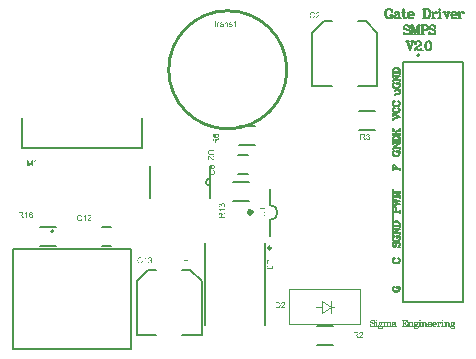
<source format=gto>
G04*
G04 #@! TF.GenerationSoftware,Altium Limited,Altium Designer,22.5.1 (42)*
G04*
G04 Layer_Color=65535*
%FSLAX25Y25*%
%MOIN*%
G70*
G04*
G04 #@! TF.SameCoordinates,0C7ABF94-C2AC-4CB0-9C94-541A5C69193A*
G04*
G04*
G04 #@! TF.FilePolarity,Positive*
G04*
G01*
G75*
%ADD10C,0.00787*%
%ADD11C,0.00600*%
%ADD12C,0.01000*%
%ADD13C,0.01181*%
%ADD14C,0.00500*%
%ADD15C,0.00394*%
%ADD16C,0.00197*%
%ADD17C,0.00400*%
%ADD18C,0.00591*%
G36*
X117321Y112980D02*
X117874D01*
Y112747D01*
X117321D01*
Y112200D01*
X117091D01*
Y112747D01*
X116544D01*
Y112980D01*
X117091D01*
Y113527D01*
X117321D01*
Y112980D01*
D02*
G37*
G36*
X58621Y30480D02*
X59174D01*
Y30247D01*
X58621D01*
Y29700D01*
X58391D01*
Y30247D01*
X57844D01*
Y30480D01*
X58391D01*
Y31027D01*
X58621D01*
Y30480D01*
D02*
G37*
G36*
X7429Y61889D02*
X7173D01*
Y63574D01*
X6585Y61889D01*
X6346D01*
X5764Y63603D01*
Y61889D01*
X5508D01*
Y63902D01*
X5907D01*
X6384Y62474D01*
Y62471D01*
X6387Y62465D01*
X6390Y62456D01*
X6396Y62442D01*
X6407Y62407D01*
X6422Y62363D01*
X6436Y62314D01*
X6454Y62264D01*
X6469Y62218D01*
X6480Y62177D01*
X6483Y62183D01*
X6486Y62197D01*
X6495Y62223D01*
X6506Y62258D01*
X6521Y62305D01*
X6541Y62360D01*
X6562Y62424D01*
X6588Y62500D01*
X7071Y63902D01*
X7429D01*
Y61889D01*
D02*
G37*
G36*
X8692D02*
X8444D01*
Y63463D01*
X8442Y63460D01*
X8427Y63449D01*
X8410Y63431D01*
X8380Y63411D01*
X8348Y63384D01*
X8308Y63355D01*
X8261Y63323D01*
X8209Y63291D01*
X8206D01*
X8203Y63288D01*
X8185Y63277D01*
X8156Y63262D01*
X8121Y63245D01*
X8081Y63225D01*
X8037Y63204D01*
X7993Y63184D01*
X7950Y63166D01*
Y63405D01*
X7953D01*
X7959Y63411D01*
X7970Y63414D01*
X7985Y63422D01*
X8002Y63431D01*
X8022Y63443D01*
X8072Y63472D01*
X8130Y63504D01*
X8188Y63545D01*
X8249Y63591D01*
X8311Y63641D01*
X8314Y63643D01*
X8316Y63646D01*
X8325Y63655D01*
X8337Y63664D01*
X8363Y63693D01*
X8398Y63728D01*
X8433Y63769D01*
X8471Y63815D01*
X8503Y63862D01*
X8532Y63911D01*
X8692D01*
Y61889D01*
D02*
G37*
G36*
X100744Y113139D02*
X100770Y113136D01*
X100802Y113133D01*
X100834Y113130D01*
X100872Y113121D01*
X100950Y113104D01*
X101038Y113078D01*
X101081Y113060D01*
X101122Y113040D01*
X101163Y113014D01*
X101204Y112988D01*
X101207Y112985D01*
X101212Y112982D01*
X101224Y112973D01*
X101239Y112958D01*
X101253Y112944D01*
X101273Y112924D01*
X101294Y112900D01*
X101317Y112877D01*
X101340Y112848D01*
X101364Y112813D01*
X101390Y112778D01*
X101413Y112740D01*
X101434Y112697D01*
X101457Y112653D01*
X101474Y112606D01*
X101492Y112554D01*
X101230Y112493D01*
Y112496D01*
X101227Y112502D01*
X101221Y112513D01*
X101215Y112528D01*
X101209Y112545D01*
X101201Y112568D01*
X101177Y112615D01*
X101148Y112668D01*
X101113Y112720D01*
X101070Y112769D01*
X101023Y112813D01*
X101017Y112819D01*
X101000Y112830D01*
X100971Y112845D01*
X100933Y112865D01*
X100883Y112883D01*
X100828Y112900D01*
X100761Y112912D01*
X100689Y112915D01*
X100665D01*
X100651Y112912D01*
X100630D01*
X100607Y112909D01*
X100552Y112900D01*
X100491Y112889D01*
X100427Y112868D01*
X100360Y112839D01*
X100299Y112801D01*
X100296D01*
X100293Y112795D01*
X100272Y112781D01*
X100246Y112758D01*
X100214Y112723D01*
X100176Y112679D01*
X100141Y112630D01*
X100109Y112568D01*
X100080Y112502D01*
Y112499D01*
X100077Y112493D01*
X100075Y112484D01*
X100072Y112470D01*
X100066Y112452D01*
X100060Y112432D01*
X100051Y112382D01*
X100040Y112324D01*
X100028Y112260D01*
X100022Y112190D01*
X100019Y112115D01*
Y112112D01*
Y112103D01*
Y112088D01*
Y112071D01*
X100022Y112050D01*
Y112024D01*
X100025Y111995D01*
X100028Y111963D01*
X100037Y111893D01*
X100051Y111818D01*
X100069Y111742D01*
X100092Y111666D01*
Y111663D01*
X100095Y111658D01*
X100101Y111649D01*
X100107Y111634D01*
X100124Y111600D01*
X100150Y111559D01*
X100182Y111512D01*
X100223Y111463D01*
X100269Y111419D01*
X100325Y111378D01*
X100328D01*
X100333Y111375D01*
X100342Y111370D01*
X100354Y111364D01*
X100368Y111358D01*
X100386Y111349D01*
X100427Y111332D01*
X100479Y111314D01*
X100537Y111300D01*
X100601Y111288D01*
X100668Y111285D01*
X100689D01*
X100706Y111288D01*
X100726D01*
X100747Y111291D01*
X100799Y111303D01*
X100860Y111317D01*
X100921Y111340D01*
X100985Y111372D01*
X101017Y111390D01*
X101046Y111413D01*
X101049Y111416D01*
X101052Y111419D01*
X101061Y111428D01*
X101073Y111436D01*
X101084Y111451D01*
X101099Y111469D01*
X101116Y111486D01*
X101131Y111509D01*
X101148Y111536D01*
X101169Y111565D01*
X101186Y111594D01*
X101204Y111629D01*
X101218Y111666D01*
X101233Y111707D01*
X101247Y111751D01*
X101259Y111797D01*
X101527Y111730D01*
Y111727D01*
X101524Y111716D01*
X101518Y111698D01*
X101509Y111675D01*
X101500Y111649D01*
X101489Y111617D01*
X101474Y111582D01*
X101457Y111544D01*
X101416Y111463D01*
X101364Y111381D01*
X101332Y111340D01*
X101300Y111300D01*
X101265Y111265D01*
X101224Y111230D01*
X101221Y111227D01*
X101215Y111221D01*
X101201Y111215D01*
X101186Y111204D01*
X101163Y111189D01*
X101140Y111175D01*
X101108Y111160D01*
X101075Y111145D01*
X101038Y111128D01*
X100997Y111114D01*
X100953Y111099D01*
X100907Y111084D01*
X100857Y111073D01*
X100805Y111067D01*
X100750Y111061D01*
X100691Y111058D01*
X100659D01*
X100636Y111061D01*
X100610D01*
X100578Y111064D01*
X100543Y111070D01*
X100502Y111076D01*
X100418Y111090D01*
X100331Y111114D01*
X100243Y111145D01*
X100203Y111166D01*
X100162Y111189D01*
X100159Y111192D01*
X100153Y111195D01*
X100141Y111204D01*
X100130Y111215D01*
X100112Y111227D01*
X100092Y111244D01*
X100069Y111265D01*
X100045Y111288D01*
X100022Y111314D01*
X99996Y111340D01*
X99944Y111407D01*
X99894Y111486D01*
X99850Y111573D01*
Y111576D01*
X99845Y111585D01*
X99842Y111600D01*
X99833Y111617D01*
X99827Y111640D01*
X99818Y111669D01*
X99807Y111701D01*
X99798Y111736D01*
X99789Y111774D01*
X99778Y111818D01*
X99763Y111908D01*
X99752Y112010D01*
X99746Y112115D01*
Y112118D01*
Y112129D01*
Y112147D01*
X99749Y112167D01*
Y112196D01*
X99752Y112225D01*
X99754Y112263D01*
X99760Y112301D01*
X99775Y112385D01*
X99795Y112478D01*
X99824Y112571D01*
X99865Y112662D01*
X99868Y112664D01*
X99871Y112673D01*
X99877Y112685D01*
X99888Y112699D01*
X99900Y112720D01*
X99914Y112743D01*
X99952Y112795D01*
X100002Y112854D01*
X100060Y112912D01*
X100127Y112970D01*
X100205Y113020D01*
X100208Y113022D01*
X100217Y113025D01*
X100229Y113031D01*
X100243Y113040D01*
X100267Y113049D01*
X100290Y113057D01*
X100319Y113069D01*
X100351Y113081D01*
X100386Y113092D01*
X100424Y113104D01*
X100505Y113121D01*
X100598Y113136D01*
X100694Y113142D01*
X100723D01*
X100744Y113139D01*
D02*
G37*
G36*
X102469Y113113D02*
X102493Y113110D01*
X102522Y113107D01*
X102554Y113101D01*
X102586Y113095D01*
X102662Y113075D01*
X102737Y113046D01*
X102775Y113028D01*
X102813Y113008D01*
X102848Y112982D01*
X102880Y112953D01*
X102883Y112950D01*
X102889Y112947D01*
X102894Y112935D01*
X102906Y112924D01*
X102920Y112909D01*
X102935Y112889D01*
X102950Y112868D01*
X102967Y112842D01*
X102996Y112787D01*
X103025Y112717D01*
X103037Y112682D01*
X103043Y112641D01*
X103049Y112601D01*
X103051Y112557D01*
Y112551D01*
Y112537D01*
X103049Y112513D01*
X103046Y112481D01*
X103040Y112446D01*
X103028Y112406D01*
X103016Y112362D01*
X102999Y112318D01*
X102996Y112312D01*
X102990Y112298D01*
X102979Y112275D01*
X102961Y112243D01*
X102938Y112208D01*
X102909Y112164D01*
X102874Y112120D01*
X102833Y112071D01*
X102827Y112065D01*
X102813Y112048D01*
X102798Y112033D01*
X102784Y112019D01*
X102766Y112001D01*
X102743Y111978D01*
X102720Y111954D01*
X102691Y111928D01*
X102662Y111899D01*
X102627Y111867D01*
X102589Y111835D01*
X102548Y111797D01*
X102501Y111759D01*
X102455Y111719D01*
X102452Y111716D01*
X102446Y111710D01*
X102435Y111701D01*
X102420Y111690D01*
X102402Y111672D01*
X102382Y111655D01*
X102336Y111617D01*
X102286Y111573D01*
X102240Y111530D01*
X102199Y111492D01*
X102181Y111477D01*
X102167Y111463D01*
X102164Y111460D01*
X102155Y111451D01*
X102144Y111439D01*
X102129Y111422D01*
X102114Y111402D01*
X102097Y111381D01*
X102062Y111332D01*
X103054D01*
Y111093D01*
X101719D01*
Y111096D01*
Y111108D01*
Y111125D01*
X101722Y111148D01*
X101725Y111175D01*
X101730Y111204D01*
X101736Y111233D01*
X101748Y111265D01*
Y111268D01*
X101751Y111271D01*
X101757Y111288D01*
X101768Y111314D01*
X101786Y111349D01*
X101809Y111390D01*
X101838Y111436D01*
X101870Y111483D01*
X101911Y111532D01*
Y111536D01*
X101917Y111538D01*
X101931Y111556D01*
X101957Y111582D01*
X101995Y111620D01*
X102039Y111663D01*
X102094Y111716D01*
X102161Y111774D01*
X102234Y111835D01*
X102237Y111838D01*
X102248Y111847D01*
X102266Y111861D01*
X102286Y111879D01*
X102312Y111902D01*
X102344Y111928D01*
X102376Y111957D01*
X102414Y111989D01*
X102487Y112059D01*
X102560Y112129D01*
X102595Y112164D01*
X102627Y112199D01*
X102656Y112231D01*
X102679Y112263D01*
Y112266D01*
X102685Y112269D01*
X102691Y112277D01*
X102696Y112289D01*
X102717Y112321D01*
X102740Y112359D01*
X102760Y112406D01*
X102781Y112455D01*
X102792Y112510D01*
X102798Y112563D01*
Y112566D01*
Y112568D01*
X102795Y112586D01*
X102792Y112615D01*
X102784Y112647D01*
X102772Y112688D01*
X102752Y112729D01*
X102726Y112769D01*
X102691Y112810D01*
X102685Y112816D01*
X102670Y112828D01*
X102650Y112842D01*
X102618Y112862D01*
X102577Y112880D01*
X102531Y112897D01*
X102475Y112909D01*
X102414Y112912D01*
X102397D01*
X102385Y112909D01*
X102350Y112906D01*
X102309Y112897D01*
X102266Y112886D01*
X102216Y112865D01*
X102170Y112839D01*
X102126Y112804D01*
X102120Y112798D01*
X102109Y112784D01*
X102091Y112761D01*
X102074Y112726D01*
X102053Y112685D01*
X102036Y112633D01*
X102024Y112574D01*
X102018Y112507D01*
X101765Y112534D01*
Y112537D01*
X101768Y112545D01*
Y112560D01*
X101771Y112580D01*
X101777Y112603D01*
X101783Y112630D01*
X101791Y112662D01*
X101800Y112694D01*
X101823Y112764D01*
X101858Y112833D01*
X101879Y112868D01*
X101905Y112903D01*
X101931Y112935D01*
X101960Y112964D01*
X101963Y112967D01*
X101969Y112970D01*
X101978Y112979D01*
X101992Y112988D01*
X102010Y112999D01*
X102030Y113011D01*
X102053Y113025D01*
X102082Y113040D01*
X102114Y113055D01*
X102149Y113069D01*
X102187Y113081D01*
X102228Y113092D01*
X102272Y113101D01*
X102318Y113110D01*
X102368Y113113D01*
X102420Y113116D01*
X102449D01*
X102469Y113113D01*
D02*
G37*
G36*
X67589Y62163D02*
X67609Y62160D01*
X67636Y62157D01*
X67665Y62151D01*
X67697Y62143D01*
X67764Y62122D01*
X67801Y62108D01*
X67836Y62087D01*
X67874Y62067D01*
X67909Y62044D01*
X67944Y62015D01*
X67979Y61983D01*
X67982Y61980D01*
X67988Y61974D01*
X67996Y61965D01*
X68005Y61951D01*
X68020Y61930D01*
X68034Y61910D01*
X68049Y61884D01*
X68066Y61855D01*
X68084Y61823D01*
X68098Y61785D01*
X68113Y61744D01*
X68127Y61703D01*
X68136Y61657D01*
X68145Y61607D01*
X68151Y61558D01*
X68154Y61502D01*
Y61473D01*
X68151Y61453D01*
X68148Y61427D01*
X68145Y61398D01*
X68139Y61366D01*
X68130Y61331D01*
X68110Y61252D01*
X68095Y61212D01*
X68081Y61174D01*
X68060Y61133D01*
X68037Y61092D01*
X68011Y61054D01*
X67979Y61019D01*
X67976Y61016D01*
X67970Y61011D01*
X67962Y61002D01*
X67947Y60990D01*
X67930Y60979D01*
X67909Y60961D01*
X67886Y60947D01*
X67857Y60929D01*
X67828Y60912D01*
X67793Y60897D01*
X67720Y60868D01*
X67676Y60856D01*
X67633Y60848D01*
X67586Y60842D01*
X67540Y60839D01*
X67537D01*
X67531D01*
X67519D01*
X67508Y60842D01*
X67490D01*
X67470Y60845D01*
X67423Y60851D01*
X67371Y60862D01*
X67318Y60880D01*
X67263Y60906D01*
X67211Y60938D01*
X67208D01*
X67205Y60944D01*
X67190Y60955D01*
X67167Y60979D01*
X67138Y61011D01*
X67109Y61051D01*
X67077Y61101D01*
X67051Y61156D01*
X67030Y61223D01*
Y61220D01*
X67027Y61217D01*
X67024Y61209D01*
X67019Y61197D01*
X67007Y61171D01*
X66990Y61136D01*
X66966Y61098D01*
X66937Y61060D01*
X66905Y61025D01*
X66870Y60993D01*
X66864Y60990D01*
X66853Y60982D01*
X66830Y60970D01*
X66800Y60958D01*
X66763Y60944D01*
X66719Y60932D01*
X66669Y60923D01*
X66617Y60921D01*
X66614D01*
X66608D01*
X66597D01*
X66579Y60923D01*
X66562Y60926D01*
X66539Y60929D01*
X66489Y60941D01*
X66431Y60958D01*
X66370Y60987D01*
X66338Y61005D01*
X66306Y61025D01*
X66277Y61051D01*
X66247Y61078D01*
X66245Y61080D01*
X66242Y61086D01*
X66233Y61095D01*
X66224Y61107D01*
X66213Y61121D01*
X66201Y61142D01*
X66186Y61165D01*
X66172Y61188D01*
X66157Y61217D01*
X66143Y61249D01*
X66131Y61284D01*
X66119Y61322D01*
X66102Y61404D01*
X66099Y61450D01*
X66096Y61497D01*
Y61523D01*
X66099Y61540D01*
X66102Y61564D01*
X66105Y61590D01*
X66108Y61619D01*
X66117Y61648D01*
X66134Y61718D01*
X66160Y61788D01*
X66178Y61823D01*
X66198Y61857D01*
X66224Y61889D01*
X66250Y61922D01*
X66253Y61924D01*
X66256Y61927D01*
X66265Y61936D01*
X66277Y61948D01*
X66294Y61959D01*
X66312Y61974D01*
X66355Y62003D01*
X66410Y62032D01*
X66474Y62058D01*
X66547Y62079D01*
X66585Y62082D01*
X66626Y62085D01*
X66629D01*
X66632D01*
X66649D01*
X66675Y62082D01*
X66707Y62076D01*
X66748Y62067D01*
X66789Y62053D01*
X66830Y62035D01*
X66870Y62009D01*
X66876Y62006D01*
X66888Y61994D01*
X66905Y61977D01*
X66928Y61954D01*
X66955Y61922D01*
X66981Y61884D01*
X67007Y61840D01*
X67030Y61788D01*
Y61791D01*
X67033Y61796D01*
X67036Y61805D01*
X67042Y61817D01*
X67057Y61852D01*
X67077Y61892D01*
X67106Y61936D01*
X67138Y61983D01*
X67179Y62026D01*
X67225Y62067D01*
X67228D01*
X67231Y62070D01*
X67249Y62082D01*
X67278Y62099D01*
X67316Y62116D01*
X67362Y62134D01*
X67417Y62151D01*
X67479Y62163D01*
X67545Y62166D01*
X67548D01*
X67557D01*
X67572D01*
X67589Y62163D01*
D02*
G37*
G36*
X67496Y60612D02*
X67513Y60606D01*
X67537Y60597D01*
X67563Y60589D01*
X67595Y60577D01*
X67630Y60563D01*
X67668Y60545D01*
X67749Y60504D01*
X67831Y60452D01*
X67871Y60420D01*
X67912Y60388D01*
X67947Y60353D01*
X67982Y60312D01*
X67985Y60309D01*
X67991Y60304D01*
X67996Y60289D01*
X68008Y60274D01*
X68023Y60251D01*
X68037Y60228D01*
X68052Y60196D01*
X68066Y60164D01*
X68084Y60126D01*
X68098Y60085D01*
X68113Y60042D01*
X68127Y59995D01*
X68139Y59946D01*
X68145Y59893D01*
X68151Y59838D01*
X68154Y59780D01*
Y59748D01*
X68151Y59724D01*
Y59698D01*
X68148Y59666D01*
X68142Y59631D01*
X68136Y59591D01*
X68122Y59506D01*
X68098Y59419D01*
X68066Y59332D01*
X68046Y59291D01*
X68023Y59250D01*
X68020Y59247D01*
X68017Y59241D01*
X68008Y59230D01*
X67996Y59218D01*
X67985Y59201D01*
X67967Y59180D01*
X67947Y59157D01*
X67924Y59134D01*
X67897Y59110D01*
X67871Y59084D01*
X67804Y59032D01*
X67726Y58982D01*
X67638Y58939D01*
X67636D01*
X67627Y58933D01*
X67612Y58930D01*
X67595Y58921D01*
X67572Y58916D01*
X67542Y58907D01*
X67510Y58895D01*
X67475Y58886D01*
X67438Y58878D01*
X67394Y58866D01*
X67304Y58851D01*
X67202Y58840D01*
X67097Y58834D01*
X67094D01*
X67083D01*
X67065D01*
X67045Y58837D01*
X67016D01*
X66987Y58840D01*
X66949Y58843D01*
X66911Y58849D01*
X66827Y58863D01*
X66733Y58884D01*
X66640Y58913D01*
X66550Y58953D01*
X66547Y58956D01*
X66539Y58959D01*
X66527Y58965D01*
X66512Y58977D01*
X66492Y58988D01*
X66469Y59003D01*
X66416Y59041D01*
X66358Y59090D01*
X66300Y59148D01*
X66242Y59215D01*
X66192Y59294D01*
X66189Y59297D01*
X66186Y59305D01*
X66181Y59317D01*
X66172Y59332D01*
X66163Y59355D01*
X66154Y59378D01*
X66143Y59407D01*
X66131Y59439D01*
X66119Y59474D01*
X66108Y59512D01*
X66090Y59593D01*
X66076Y59687D01*
X66070Y59783D01*
Y59812D01*
X66073Y59832D01*
X66076Y59858D01*
X66079Y59890D01*
X66082Y59922D01*
X66090Y59960D01*
X66108Y60039D01*
X66134Y60126D01*
X66151Y60170D01*
X66172Y60211D01*
X66198Y60251D01*
X66224Y60292D01*
X66227Y60295D01*
X66230Y60301D01*
X66239Y60312D01*
X66253Y60327D01*
X66268Y60341D01*
X66288Y60362D01*
X66312Y60382D01*
X66335Y60405D01*
X66364Y60429D01*
X66399Y60452D01*
X66434Y60478D01*
X66472Y60501D01*
X66515Y60522D01*
X66559Y60545D01*
X66606Y60563D01*
X66658Y60580D01*
X66719Y60318D01*
X66716D01*
X66710Y60315D01*
X66699Y60309D01*
X66684Y60304D01*
X66667Y60298D01*
X66643Y60289D01*
X66597Y60266D01*
X66544Y60237D01*
X66492Y60202D01*
X66443Y60158D01*
X66399Y60111D01*
X66393Y60106D01*
X66381Y60088D01*
X66367Y60059D01*
X66347Y60021D01*
X66329Y59972D01*
X66312Y59917D01*
X66300Y59850D01*
X66297Y59777D01*
Y59754D01*
X66300Y59739D01*
Y59719D01*
X66303Y59695D01*
X66312Y59640D01*
X66323Y59579D01*
X66344Y59515D01*
X66373Y59448D01*
X66410Y59387D01*
Y59384D01*
X66416Y59381D01*
X66431Y59361D01*
X66454Y59334D01*
X66489Y59303D01*
X66533Y59265D01*
X66582Y59230D01*
X66643Y59198D01*
X66710Y59169D01*
X66713D01*
X66719Y59166D01*
X66728Y59163D01*
X66742Y59160D01*
X66760Y59154D01*
X66780Y59148D01*
X66830Y59140D01*
X66888Y59128D01*
X66952Y59116D01*
X67022Y59110D01*
X67097Y59108D01*
X67100D01*
X67109D01*
X67123D01*
X67141D01*
X67161Y59110D01*
X67188D01*
X67217Y59113D01*
X67249Y59116D01*
X67318Y59125D01*
X67394Y59140D01*
X67470Y59157D01*
X67545Y59180D01*
X67548D01*
X67554Y59183D01*
X67563Y59189D01*
X67577Y59195D01*
X67612Y59212D01*
X67653Y59238D01*
X67700Y59271D01*
X67749Y59311D01*
X67793Y59358D01*
X67834Y59413D01*
Y59416D01*
X67836Y59422D01*
X67842Y59431D01*
X67848Y59442D01*
X67854Y59457D01*
X67863Y59474D01*
X67880Y59515D01*
X67897Y59567D01*
X67912Y59626D01*
X67924Y59690D01*
X67927Y59756D01*
Y59777D01*
X67924Y59794D01*
Y59815D01*
X67921Y59835D01*
X67909Y59887D01*
X67895Y59949D01*
X67871Y60010D01*
X67839Y60074D01*
X67822Y60106D01*
X67799Y60135D01*
X67796Y60138D01*
X67793Y60141D01*
X67784Y60149D01*
X67775Y60161D01*
X67761Y60173D01*
X67743Y60187D01*
X67726Y60205D01*
X67703Y60219D01*
X67676Y60237D01*
X67647Y60257D01*
X67618Y60274D01*
X67583Y60292D01*
X67545Y60307D01*
X67505Y60321D01*
X67461Y60336D01*
X67414Y60347D01*
X67481Y60615D01*
X67484D01*
X67496Y60612D01*
D02*
G37*
G36*
X23161Y45539D02*
X23187Y45536D01*
X23219Y45533D01*
X23251Y45530D01*
X23289Y45521D01*
X23368Y45504D01*
X23455Y45478D01*
X23499Y45460D01*
X23539Y45440D01*
X23580Y45414D01*
X23621Y45388D01*
X23624Y45385D01*
X23629Y45382D01*
X23641Y45373D01*
X23656Y45358D01*
X23670Y45344D01*
X23691Y45324D01*
X23711Y45300D01*
X23734Y45277D01*
X23758Y45248D01*
X23781Y45213D01*
X23807Y45178D01*
X23830Y45140D01*
X23851Y45097D01*
X23874Y45053D01*
X23891Y45006D01*
X23909Y44954D01*
X23647Y44893D01*
Y44896D01*
X23644Y44902D01*
X23638Y44913D01*
X23632Y44928D01*
X23627Y44945D01*
X23618Y44969D01*
X23595Y45015D01*
X23565Y45068D01*
X23531Y45120D01*
X23487Y45169D01*
X23440Y45213D01*
X23435Y45219D01*
X23417Y45230D01*
X23388Y45245D01*
X23350Y45265D01*
X23301Y45283D01*
X23245Y45300D01*
X23178Y45312D01*
X23106Y45315D01*
X23082D01*
X23068Y45312D01*
X23047D01*
X23024Y45309D01*
X22969Y45300D01*
X22908Y45289D01*
X22844Y45268D01*
X22777Y45239D01*
X22716Y45201D01*
X22713D01*
X22710Y45195D01*
X22690Y45181D01*
X22663Y45158D01*
X22631Y45123D01*
X22594Y45079D01*
X22559Y45030D01*
X22527Y44969D01*
X22498Y44902D01*
Y44899D01*
X22495Y44893D01*
X22492Y44884D01*
X22489Y44870D01*
X22483Y44852D01*
X22477Y44832D01*
X22468Y44782D01*
X22457Y44724D01*
X22445Y44660D01*
X22439Y44590D01*
X22436Y44515D01*
Y44512D01*
Y44503D01*
Y44488D01*
Y44471D01*
X22439Y44451D01*
Y44424D01*
X22442Y44395D01*
X22445Y44363D01*
X22454Y44293D01*
X22468Y44218D01*
X22486Y44142D01*
X22509Y44066D01*
Y44063D01*
X22512Y44058D01*
X22518Y44049D01*
X22524Y44034D01*
X22541Y43999D01*
X22567Y43959D01*
X22599Y43912D01*
X22640Y43863D01*
X22687Y43819D01*
X22742Y43778D01*
X22745D01*
X22751Y43775D01*
X22759Y43770D01*
X22771Y43764D01*
X22786Y43758D01*
X22803Y43749D01*
X22844Y43732D01*
X22896Y43714D01*
X22954Y43700D01*
X23018Y43688D01*
X23085Y43685D01*
X23106D01*
X23123Y43688D01*
X23144D01*
X23164Y43691D01*
X23216Y43703D01*
X23277Y43717D01*
X23338Y43740D01*
X23403Y43773D01*
X23435Y43790D01*
X23464Y43813D01*
X23467Y43816D01*
X23470Y43819D01*
X23478Y43828D01*
X23490Y43837D01*
X23502Y43851D01*
X23516Y43868D01*
X23534Y43886D01*
X23548Y43909D01*
X23565Y43935D01*
X23586Y43965D01*
X23603Y43994D01*
X23621Y44029D01*
X23635Y44066D01*
X23650Y44107D01*
X23664Y44151D01*
X23676Y44197D01*
X23944Y44130D01*
Y44128D01*
X23941Y44116D01*
X23935Y44098D01*
X23926Y44075D01*
X23918Y44049D01*
X23906Y44017D01*
X23891Y43982D01*
X23874Y43944D01*
X23833Y43863D01*
X23781Y43781D01*
X23749Y43740D01*
X23717Y43700D01*
X23682Y43665D01*
X23641Y43630D01*
X23638Y43627D01*
X23632Y43621D01*
X23618Y43615D01*
X23603Y43604D01*
X23580Y43589D01*
X23557Y43575D01*
X23525Y43560D01*
X23493Y43545D01*
X23455Y43528D01*
X23414Y43514D01*
X23370Y43499D01*
X23324Y43484D01*
X23275Y43473D01*
X23222Y43467D01*
X23167Y43461D01*
X23109Y43458D01*
X23077D01*
X23053Y43461D01*
X23027D01*
X22995Y43464D01*
X22960Y43470D01*
X22919Y43476D01*
X22835Y43490D01*
X22748Y43514D01*
X22660Y43545D01*
X22620Y43566D01*
X22579Y43589D01*
X22576Y43592D01*
X22570Y43595D01*
X22559Y43604D01*
X22547Y43615D01*
X22530Y43627D01*
X22509Y43644D01*
X22486Y43665D01*
X22463Y43688D01*
X22439Y43714D01*
X22413Y43740D01*
X22361Y43807D01*
X22311Y43886D01*
X22268Y43973D01*
Y43976D01*
X22262Y43985D01*
X22259Y43999D01*
X22250Y44017D01*
X22244Y44040D01*
X22236Y44069D01*
X22224Y44101D01*
X22215Y44136D01*
X22207Y44174D01*
X22195Y44218D01*
X22180Y44308D01*
X22169Y44410D01*
X22163Y44515D01*
Y44517D01*
Y44529D01*
Y44547D01*
X22166Y44567D01*
Y44596D01*
X22169Y44625D01*
X22172Y44663D01*
X22177Y44701D01*
X22192Y44785D01*
X22212Y44878D01*
X22242Y44971D01*
X22282Y45062D01*
X22285Y45064D01*
X22288Y45073D01*
X22294Y45085D01*
X22306Y45099D01*
X22317Y45120D01*
X22332Y45143D01*
X22369Y45195D01*
X22419Y45254D01*
X22477Y45312D01*
X22544Y45370D01*
X22623Y45420D01*
X22626Y45423D01*
X22634Y45425D01*
X22646Y45431D01*
X22660Y45440D01*
X22684Y45449D01*
X22707Y45457D01*
X22736Y45469D01*
X22768Y45481D01*
X22803Y45492D01*
X22841Y45504D01*
X22922Y45521D01*
X23016Y45536D01*
X23111Y45542D01*
X23141D01*
X23161Y45539D01*
D02*
G37*
G36*
X26452Y45513D02*
X26476Y45510D01*
X26505Y45507D01*
X26537Y45501D01*
X26569Y45495D01*
X26644Y45475D01*
X26720Y45446D01*
X26758Y45428D01*
X26796Y45408D01*
X26831Y45382D01*
X26862Y45353D01*
X26865Y45350D01*
X26871Y45347D01*
X26877Y45335D01*
X26889Y45324D01*
X26903Y45309D01*
X26918Y45289D01*
X26932Y45268D01*
X26950Y45242D01*
X26979Y45187D01*
X27008Y45117D01*
X27020Y45082D01*
X27025Y45041D01*
X27031Y45000D01*
X27034Y44957D01*
Y44951D01*
Y44936D01*
X27031Y44913D01*
X27028Y44881D01*
X27023Y44846D01*
X27011Y44805D01*
X26999Y44762D01*
X26982Y44718D01*
X26979Y44712D01*
X26973Y44698D01*
X26961Y44675D01*
X26944Y44643D01*
X26921Y44608D01*
X26892Y44564D01*
X26857Y44520D01*
X26816Y44471D01*
X26810Y44465D01*
X26796Y44448D01*
X26781Y44433D01*
X26766Y44418D01*
X26749Y44401D01*
X26726Y44378D01*
X26702Y44355D01*
X26673Y44328D01*
X26644Y44299D01*
X26609Y44267D01*
X26572Y44235D01*
X26531Y44197D01*
X26484Y44159D01*
X26438Y44119D01*
X26435Y44116D01*
X26429Y44110D01*
X26417Y44101D01*
X26403Y44090D01*
X26385Y44072D01*
X26365Y44055D01*
X26318Y44017D01*
X26269Y43973D01*
X26222Y43930D01*
X26182Y43892D01*
X26164Y43877D01*
X26150Y43863D01*
X26147Y43860D01*
X26138Y43851D01*
X26126Y43839D01*
X26112Y43822D01*
X26097Y43802D01*
X26080Y43781D01*
X26045Y43732D01*
X27037D01*
Y43493D01*
X25701D01*
Y43496D01*
Y43508D01*
Y43525D01*
X25704Y43548D01*
X25707Y43575D01*
X25713Y43604D01*
X25719Y43633D01*
X25730Y43665D01*
Y43668D01*
X25733Y43671D01*
X25739Y43688D01*
X25751Y43714D01*
X25768Y43749D01*
X25792Y43790D01*
X25821Y43837D01*
X25853Y43883D01*
X25894Y43933D01*
Y43935D01*
X25899Y43938D01*
X25914Y43956D01*
X25940Y43982D01*
X25978Y44020D01*
X26022Y44063D01*
X26077Y44116D01*
X26144Y44174D01*
X26217Y44235D01*
X26219Y44238D01*
X26231Y44247D01*
X26248Y44261D01*
X26269Y44279D01*
X26295Y44302D01*
X26327Y44328D01*
X26359Y44357D01*
X26397Y44389D01*
X26470Y44459D01*
X26542Y44529D01*
X26577Y44564D01*
X26609Y44599D01*
X26638Y44631D01*
X26662Y44663D01*
Y44666D01*
X26668Y44669D01*
X26673Y44677D01*
X26679Y44689D01*
X26700Y44721D01*
X26723Y44759D01*
X26743Y44805D01*
X26764Y44855D01*
X26775Y44910D01*
X26781Y44963D01*
Y44966D01*
Y44969D01*
X26778Y44986D01*
X26775Y45015D01*
X26766Y45047D01*
X26755Y45088D01*
X26735Y45129D01*
X26708Y45169D01*
X26673Y45210D01*
X26668Y45216D01*
X26653Y45228D01*
X26633Y45242D01*
X26601Y45262D01*
X26560Y45280D01*
X26513Y45297D01*
X26458Y45309D01*
X26397Y45312D01*
X26379D01*
X26368Y45309D01*
X26333Y45306D01*
X26292Y45297D01*
X26248Y45286D01*
X26199Y45265D01*
X26153Y45239D01*
X26109Y45204D01*
X26103Y45198D01*
X26091Y45184D01*
X26074Y45161D01*
X26057Y45126D01*
X26036Y45085D01*
X26019Y45033D01*
X26007Y44974D01*
X26001Y44907D01*
X25748Y44934D01*
Y44936D01*
X25751Y44945D01*
Y44960D01*
X25754Y44980D01*
X25760Y45003D01*
X25765Y45030D01*
X25774Y45062D01*
X25783Y45094D01*
X25806Y45164D01*
X25841Y45233D01*
X25861Y45268D01*
X25888Y45303D01*
X25914Y45335D01*
X25943Y45364D01*
X25946Y45367D01*
X25952Y45370D01*
X25960Y45379D01*
X25975Y45388D01*
X25992Y45399D01*
X26013Y45411D01*
X26036Y45425D01*
X26065Y45440D01*
X26097Y45454D01*
X26132Y45469D01*
X26170Y45481D01*
X26211Y45492D01*
X26254Y45501D01*
X26301Y45510D01*
X26350Y45513D01*
X26403Y45516D01*
X26432D01*
X26452Y45513D01*
D02*
G37*
G36*
X25102Y43493D02*
X24855D01*
Y45068D01*
X24852Y45064D01*
X24837Y45053D01*
X24820Y45035D01*
X24791Y45015D01*
X24759Y44989D01*
X24718Y44960D01*
X24671Y44928D01*
X24619Y44896D01*
X24616D01*
X24613Y44893D01*
X24596Y44881D01*
X24566Y44867D01*
X24532Y44849D01*
X24491Y44829D01*
X24447Y44809D01*
X24404Y44788D01*
X24360Y44771D01*
Y45009D01*
X24363D01*
X24369Y45015D01*
X24380Y45018D01*
X24395Y45027D01*
X24412Y45035D01*
X24433Y45047D01*
X24482Y45076D01*
X24540Y45108D01*
X24599Y45149D01*
X24660Y45195D01*
X24721Y45245D01*
X24724Y45248D01*
X24727Y45251D01*
X24735Y45259D01*
X24747Y45268D01*
X24773Y45297D01*
X24808Y45332D01*
X24843Y45373D01*
X24881Y45420D01*
X24913Y45466D01*
X24942Y45516D01*
X25102D01*
Y43493D01*
D02*
G37*
G36*
X43351Y31439D02*
X43377Y31436D01*
X43409Y31433D01*
X43441Y31430D01*
X43479Y31421D01*
X43557Y31404D01*
X43645Y31378D01*
X43688Y31360D01*
X43729Y31340D01*
X43770Y31314D01*
X43811Y31288D01*
X43813Y31285D01*
X43819Y31282D01*
X43831Y31273D01*
X43845Y31258D01*
X43860Y31244D01*
X43880Y31223D01*
X43901Y31200D01*
X43924Y31177D01*
X43947Y31148D01*
X43971Y31113D01*
X43997Y31078D01*
X44020Y31040D01*
X44041Y30997D01*
X44064Y30953D01*
X44081Y30906D01*
X44099Y30854D01*
X43837Y30793D01*
Y30796D01*
X43834Y30802D01*
X43828Y30813D01*
X43822Y30828D01*
X43816Y30845D01*
X43808Y30869D01*
X43784Y30915D01*
X43755Y30968D01*
X43720Y31020D01*
X43677Y31069D01*
X43630Y31113D01*
X43624Y31119D01*
X43607Y31130D01*
X43578Y31145D01*
X43540Y31165D01*
X43490Y31183D01*
X43435Y31200D01*
X43368Y31212D01*
X43295Y31215D01*
X43272D01*
X43258Y31212D01*
X43237D01*
X43214Y31209D01*
X43159Y31200D01*
X43098Y31189D01*
X43034Y31168D01*
X42967Y31139D01*
X42906Y31101D01*
X42903D01*
X42900Y31095D01*
X42879Y31081D01*
X42853Y31058D01*
X42821Y31023D01*
X42783Y30979D01*
X42748Y30930D01*
X42716Y30869D01*
X42687Y30802D01*
Y30799D01*
X42684Y30793D01*
X42682Y30784D01*
X42679Y30770D01*
X42673Y30752D01*
X42667Y30732D01*
X42658Y30682D01*
X42647Y30624D01*
X42635Y30560D01*
X42629Y30490D01*
X42626Y30415D01*
Y30412D01*
Y30403D01*
Y30388D01*
Y30371D01*
X42629Y30351D01*
Y30324D01*
X42632Y30295D01*
X42635Y30263D01*
X42644Y30193D01*
X42658Y30118D01*
X42676Y30042D01*
X42699Y29966D01*
Y29963D01*
X42702Y29958D01*
X42708Y29949D01*
X42713Y29934D01*
X42731Y29899D01*
X42757Y29859D01*
X42789Y29812D01*
X42830Y29763D01*
X42876Y29719D01*
X42932Y29678D01*
X42935D01*
X42941Y29675D01*
X42949Y29670D01*
X42961Y29664D01*
X42975Y29658D01*
X42993Y29649D01*
X43034Y29632D01*
X43086Y29614D01*
X43144Y29600D01*
X43208Y29588D01*
X43275Y29585D01*
X43295D01*
X43313Y29588D01*
X43333D01*
X43354Y29591D01*
X43406Y29603D01*
X43467Y29617D01*
X43528Y29640D01*
X43592Y29673D01*
X43624Y29690D01*
X43654Y29713D01*
X43656Y29716D01*
X43659Y29719D01*
X43668Y29728D01*
X43680Y29737D01*
X43691Y29751D01*
X43706Y29768D01*
X43723Y29786D01*
X43738Y29809D01*
X43755Y29836D01*
X43776Y29865D01*
X43793Y29894D01*
X43811Y29929D01*
X43825Y29966D01*
X43840Y30007D01*
X43854Y30051D01*
X43866Y30097D01*
X44134Y30030D01*
Y30027D01*
X44131Y30016D01*
X44125Y29998D01*
X44116Y29975D01*
X44107Y29949D01*
X44096Y29917D01*
X44081Y29882D01*
X44064Y29844D01*
X44023Y29763D01*
X43971Y29681D01*
X43939Y29640D01*
X43907Y29600D01*
X43872Y29565D01*
X43831Y29530D01*
X43828Y29527D01*
X43822Y29521D01*
X43808Y29515D01*
X43793Y29504D01*
X43770Y29489D01*
X43747Y29475D01*
X43715Y29460D01*
X43683Y29445D01*
X43645Y29428D01*
X43604Y29414D01*
X43560Y29399D01*
X43514Y29384D01*
X43464Y29373D01*
X43412Y29367D01*
X43357Y29361D01*
X43298Y29358D01*
X43266D01*
X43243Y29361D01*
X43217D01*
X43185Y29364D01*
X43150Y29370D01*
X43109Y29376D01*
X43025Y29390D01*
X42938Y29414D01*
X42850Y29445D01*
X42810Y29466D01*
X42769Y29489D01*
X42766Y29492D01*
X42760Y29495D01*
X42748Y29504D01*
X42737Y29515D01*
X42719Y29527D01*
X42699Y29544D01*
X42676Y29565D01*
X42652Y29588D01*
X42629Y29614D01*
X42603Y29640D01*
X42551Y29707D01*
X42501Y29786D01*
X42458Y29873D01*
Y29876D01*
X42452Y29885D01*
X42449Y29899D01*
X42440Y29917D01*
X42434Y29940D01*
X42425Y29969D01*
X42414Y30001D01*
X42405Y30036D01*
X42396Y30074D01*
X42385Y30118D01*
X42370Y30208D01*
X42358Y30310D01*
X42353Y30415D01*
Y30417D01*
Y30429D01*
Y30447D01*
X42356Y30467D01*
Y30496D01*
X42358Y30525D01*
X42361Y30563D01*
X42367Y30601D01*
X42382Y30685D01*
X42402Y30778D01*
X42431Y30871D01*
X42472Y30962D01*
X42475Y30964D01*
X42478Y30973D01*
X42484Y30985D01*
X42495Y30999D01*
X42507Y31020D01*
X42522Y31043D01*
X42559Y31095D01*
X42609Y31154D01*
X42667Y31212D01*
X42734Y31270D01*
X42812Y31320D01*
X42815Y31323D01*
X42824Y31325D01*
X42836Y31331D01*
X42850Y31340D01*
X42874Y31349D01*
X42897Y31357D01*
X42926Y31369D01*
X42958Y31381D01*
X42993Y31392D01*
X43031Y31404D01*
X43112Y31421D01*
X43205Y31436D01*
X43301Y31442D01*
X43330D01*
X43351Y31439D01*
D02*
G37*
G36*
X46619Y31413D02*
X46657Y31407D01*
X46703Y31398D01*
X46755Y31384D01*
X46808Y31366D01*
X46860Y31343D01*
X46863D01*
X46866Y31340D01*
X46884Y31331D01*
X46910Y31314D01*
X46939Y31293D01*
X46974Y31264D01*
X47009Y31232D01*
X47044Y31194D01*
X47073Y31151D01*
X47076Y31145D01*
X47084Y31130D01*
X47096Y31104D01*
X47111Y31072D01*
X47125Y31034D01*
X47137Y30991D01*
X47146Y30941D01*
X47148Y30892D01*
Y30886D01*
Y30869D01*
X47146Y30845D01*
X47140Y30813D01*
X47131Y30775D01*
X47116Y30735D01*
X47099Y30694D01*
X47076Y30653D01*
X47073Y30647D01*
X47064Y30636D01*
X47047Y30615D01*
X47023Y30592D01*
X46994Y30566D01*
X46959Y30537D01*
X46918Y30511D01*
X46869Y30484D01*
X46872D01*
X46878Y30481D01*
X46887Y30479D01*
X46898Y30476D01*
X46930Y30464D01*
X46971Y30447D01*
X47017Y30423D01*
X47064Y30394D01*
X47108Y30356D01*
X47148Y30313D01*
X47151Y30307D01*
X47163Y30289D01*
X47180Y30260D01*
X47198Y30222D01*
X47215Y30176D01*
X47233Y30121D01*
X47244Y30057D01*
X47247Y29987D01*
Y29984D01*
Y29975D01*
Y29961D01*
X47244Y29943D01*
X47242Y29920D01*
X47236Y29894D01*
X47230Y29865D01*
X47224Y29833D01*
X47201Y29763D01*
X47183Y29725D01*
X47166Y29690D01*
X47142Y29652D01*
X47116Y29614D01*
X47087Y29577D01*
X47052Y29542D01*
X47049Y29539D01*
X47044Y29533D01*
X47032Y29524D01*
X47017Y29513D01*
X47000Y29498D01*
X46977Y29483D01*
X46951Y29466D01*
X46918Y29451D01*
X46887Y29434D01*
X46849Y29416D01*
X46811Y29402D01*
X46767Y29387D01*
X46721Y29376D01*
X46671Y29367D01*
X46622Y29361D01*
X46566Y29358D01*
X46540D01*
X46523Y29361D01*
X46499Y29364D01*
X46473Y29367D01*
X46444Y29373D01*
X46412Y29379D01*
X46342Y29396D01*
X46270Y29425D01*
X46232Y29443D01*
X46197Y29463D01*
X46162Y29489D01*
X46127Y29515D01*
X46124Y29518D01*
X46118Y29524D01*
X46110Y29533D01*
X46101Y29544D01*
X46086Y29559D01*
X46072Y29579D01*
X46054Y29600D01*
X46037Y29626D01*
X46019Y29655D01*
X46002Y29684D01*
X45970Y29754D01*
X45944Y29836D01*
X45935Y29879D01*
X45929Y29926D01*
X46176Y29958D01*
Y29955D01*
X46179Y29949D01*
X46182Y29937D01*
X46185Y29923D01*
X46188Y29905D01*
X46194Y29885D01*
X46208Y29841D01*
X46229Y29789D01*
X46255Y29739D01*
X46284Y29693D01*
X46319Y29652D01*
X46325Y29649D01*
X46336Y29638D01*
X46360Y29623D01*
X46389Y29609D01*
X46424Y29591D01*
X46467Y29577D01*
X46517Y29565D01*
X46569Y29562D01*
X46587D01*
X46598Y29565D01*
X46630Y29568D01*
X46671Y29577D01*
X46718Y29591D01*
X46767Y29611D01*
X46817Y29640D01*
X46863Y29681D01*
X46869Y29687D01*
X46884Y29704D01*
X46901Y29731D01*
X46924Y29766D01*
X46948Y29809D01*
X46965Y29859D01*
X46980Y29917D01*
X46985Y29981D01*
Y29984D01*
Y29990D01*
Y29998D01*
X46982Y30010D01*
X46980Y30042D01*
X46971Y30080D01*
X46959Y30127D01*
X46939Y30173D01*
X46910Y30220D01*
X46872Y30263D01*
X46866Y30269D01*
X46852Y30281D01*
X46828Y30298D01*
X46796Y30318D01*
X46755Y30339D01*
X46706Y30356D01*
X46651Y30368D01*
X46590Y30374D01*
X46564D01*
X46543Y30371D01*
X46517Y30368D01*
X46488Y30362D01*
X46453Y30356D01*
X46415Y30348D01*
X46444Y30566D01*
X46459D01*
X46470Y30563D01*
X46508D01*
X46540Y30569D01*
X46578Y30575D01*
X46622Y30583D01*
X46671Y30598D01*
X46718Y30618D01*
X46767Y30644D01*
X46770D01*
X46773Y30647D01*
X46788Y30659D01*
X46808Y30679D01*
X46831Y30705D01*
X46854Y30743D01*
X46875Y30787D01*
X46889Y30836D01*
X46895Y30866D01*
Y30898D01*
Y30900D01*
Y30903D01*
Y30921D01*
X46889Y30944D01*
X46884Y30976D01*
X46872Y31011D01*
X46857Y31049D01*
X46834Y31087D01*
X46802Y31122D01*
X46799Y31125D01*
X46785Y31136D01*
X46764Y31151D01*
X46738Y31168D01*
X46703Y31183D01*
X46662Y31197D01*
X46616Y31209D01*
X46564Y31212D01*
X46540D01*
X46514Y31206D01*
X46479Y31200D01*
X46441Y31189D01*
X46403Y31174D01*
X46363Y31151D01*
X46325Y31122D01*
X46322Y31119D01*
X46310Y31104D01*
X46293Y31084D01*
X46273Y31055D01*
X46252Y31017D01*
X46232Y30970D01*
X46214Y30915D01*
X46203Y30851D01*
X45955Y30895D01*
Y30898D01*
X45958Y30906D01*
X45961Y30918D01*
X45964Y30935D01*
X45970Y30956D01*
X45979Y30979D01*
X45996Y31034D01*
X46025Y31098D01*
X46060Y31162D01*
X46104Y31223D01*
X46159Y31279D01*
X46162Y31282D01*
X46168Y31285D01*
X46176Y31291D01*
X46188Y31299D01*
X46203Y31311D01*
X46223Y31323D01*
X46243Y31334D01*
X46270Y31349D01*
X46328Y31372D01*
X46395Y31395D01*
X46473Y31410D01*
X46514Y31416D01*
X46587D01*
X46619Y31413D01*
D02*
G37*
G36*
X45292Y29393D02*
X45044D01*
Y30968D01*
X45041Y30964D01*
X45027Y30953D01*
X45009Y30935D01*
X44980Y30915D01*
X44948Y30889D01*
X44908Y30860D01*
X44861Y30828D01*
X44809Y30796D01*
X44806D01*
X44803Y30793D01*
X44785Y30781D01*
X44756Y30767D01*
X44721Y30749D01*
X44681Y30729D01*
X44637Y30709D01*
X44593Y30688D01*
X44550Y30671D01*
Y30909D01*
X44553D01*
X44559Y30915D01*
X44570Y30918D01*
X44585Y30927D01*
X44602Y30935D01*
X44622Y30947D01*
X44672Y30976D01*
X44730Y31008D01*
X44788Y31049D01*
X44850Y31095D01*
X44911Y31145D01*
X44914Y31148D01*
X44916Y31151D01*
X44925Y31159D01*
X44937Y31168D01*
X44963Y31197D01*
X44998Y31232D01*
X45033Y31273D01*
X45071Y31320D01*
X45103Y31366D01*
X45132Y31416D01*
X45292D01*
Y29393D01*
D02*
G37*
G36*
X91030Y16508D02*
X91053Y16505D01*
X91083Y16502D01*
X91114Y16497D01*
X91146Y16491D01*
X91222Y16470D01*
X91298Y16441D01*
X91336Y16424D01*
X91373Y16404D01*
X91408Y16377D01*
X91440Y16348D01*
X91443Y16345D01*
X91449Y16342D01*
X91455Y16331D01*
X91467Y16319D01*
X91481Y16305D01*
X91496Y16284D01*
X91510Y16264D01*
X91528Y16238D01*
X91557Y16182D01*
X91586Y16113D01*
X91598Y16078D01*
X91603Y16037D01*
X91609Y15996D01*
X91612Y15953D01*
Y15947D01*
Y15932D01*
X91609Y15909D01*
X91606Y15877D01*
X91601Y15842D01*
X91589Y15801D01*
X91577Y15757D01*
X91560Y15714D01*
X91557Y15708D01*
X91551Y15694D01*
X91539Y15670D01*
X91522Y15638D01*
X91499Y15603D01*
X91470Y15560D01*
X91435Y15516D01*
X91394Y15466D01*
X91388Y15461D01*
X91373Y15443D01*
X91359Y15429D01*
X91344Y15414D01*
X91327Y15397D01*
X91304Y15373D01*
X91280Y15350D01*
X91251Y15324D01*
X91222Y15295D01*
X91187Y15263D01*
X91149Y15231D01*
X91109Y15193D01*
X91062Y15155D01*
X91016Y15114D01*
X91013Y15112D01*
X91007Y15106D01*
X90995Y15097D01*
X90981Y15085D01*
X90963Y15068D01*
X90943Y15050D01*
X90896Y15013D01*
X90847Y14969D01*
X90800Y14925D01*
X90759Y14887D01*
X90742Y14873D01*
X90728Y14858D01*
X90725Y14855D01*
X90716Y14847D01*
X90704Y14835D01*
X90690Y14818D01*
X90675Y14797D01*
X90658Y14777D01*
X90623Y14727D01*
X91615D01*
Y14489D01*
X90279D01*
Y14492D01*
Y14503D01*
Y14521D01*
X90282Y14544D01*
X90285Y14570D01*
X90291Y14599D01*
X90297Y14628D01*
X90308Y14660D01*
Y14663D01*
X90311Y14666D01*
X90317Y14684D01*
X90329Y14710D01*
X90346Y14745D01*
X90370Y14786D01*
X90399Y14832D01*
X90431Y14879D01*
X90471Y14928D01*
Y14931D01*
X90477Y14934D01*
X90492Y14952D01*
X90518Y14978D01*
X90556Y15015D01*
X90600Y15059D01*
X90655Y15112D01*
X90722Y15170D01*
X90794Y15231D01*
X90797Y15234D01*
X90809Y15243D01*
X90826Y15257D01*
X90847Y15274D01*
X90873Y15298D01*
X90905Y15324D01*
X90937Y15353D01*
X90975Y15385D01*
X91048Y15455D01*
X91120Y15525D01*
X91155Y15560D01*
X91187Y15595D01*
X91216Y15627D01*
X91240Y15659D01*
Y15662D01*
X91246Y15664D01*
X91251Y15673D01*
X91257Y15685D01*
X91277Y15717D01*
X91301Y15755D01*
X91321Y15801D01*
X91342Y15851D01*
X91353Y15906D01*
X91359Y15958D01*
Y15961D01*
Y15964D01*
X91356Y15982D01*
X91353Y16011D01*
X91344Y16043D01*
X91333Y16083D01*
X91312Y16124D01*
X91286Y16165D01*
X91251Y16206D01*
X91246Y16211D01*
X91231Y16223D01*
X91211Y16238D01*
X91179Y16258D01*
X91138Y16275D01*
X91091Y16293D01*
X91036Y16305D01*
X90975Y16308D01*
X90957D01*
X90946Y16305D01*
X90911Y16302D01*
X90870Y16293D01*
X90826Y16281D01*
X90777Y16261D01*
X90730Y16235D01*
X90687Y16200D01*
X90681Y16194D01*
X90669Y16180D01*
X90652Y16156D01*
X90634Y16121D01*
X90614Y16081D01*
X90597Y16028D01*
X90585Y15970D01*
X90579Y15903D01*
X90326Y15929D01*
Y15932D01*
X90329Y15941D01*
Y15955D01*
X90332Y15976D01*
X90338Y15999D01*
X90343Y16025D01*
X90352Y16057D01*
X90361Y16089D01*
X90384Y16159D01*
X90419Y16229D01*
X90439Y16264D01*
X90466Y16299D01*
X90492Y16331D01*
X90521Y16360D01*
X90524Y16363D01*
X90530Y16366D01*
X90538Y16375D01*
X90553Y16383D01*
X90570Y16395D01*
X90591Y16407D01*
X90614Y16421D01*
X90643Y16436D01*
X90675Y16450D01*
X90710Y16465D01*
X90748Y16476D01*
X90789Y16488D01*
X90832Y16497D01*
X90879Y16505D01*
X90928Y16508D01*
X90981Y16511D01*
X91010D01*
X91030Y16508D01*
D02*
G37*
G36*
X89211Y16500D02*
X89270Y16497D01*
X89328Y16491D01*
X89386Y16482D01*
X89435Y16473D01*
X89438D01*
X89444Y16470D01*
X89453D01*
X89465Y16465D01*
X89497Y16456D01*
X89537Y16441D01*
X89584Y16421D01*
X89633Y16395D01*
X89683Y16366D01*
X89729Y16328D01*
X89732Y16325D01*
X89735Y16322D01*
X89744Y16313D01*
X89756Y16305D01*
X89785Y16275D01*
X89820Y16235D01*
X89857Y16185D01*
X89898Y16127D01*
X89936Y16060D01*
X89968Y15984D01*
Y15982D01*
X89971Y15976D01*
X89977Y15964D01*
X89980Y15947D01*
X89988Y15926D01*
X89994Y15903D01*
X90000Y15877D01*
X90009Y15845D01*
X90017Y15813D01*
X90023Y15775D01*
X90038Y15694D01*
X90047Y15603D01*
X90049Y15504D01*
Y15502D01*
Y15496D01*
Y15481D01*
Y15466D01*
X90047Y15446D01*
Y15423D01*
X90044Y15368D01*
X90035Y15304D01*
X90026Y15237D01*
X90012Y15167D01*
X89994Y15097D01*
Y15094D01*
X89991Y15088D01*
X89988Y15079D01*
X89986Y15068D01*
X89974Y15036D01*
X89956Y14995D01*
X89939Y14949D01*
X89916Y14902D01*
X89886Y14852D01*
X89857Y14806D01*
X89855Y14800D01*
X89843Y14786D01*
X89825Y14765D01*
X89802Y14739D01*
X89776Y14710D01*
X89744Y14681D01*
X89712Y14649D01*
X89674Y14623D01*
X89668Y14620D01*
X89657Y14611D01*
X89636Y14599D01*
X89607Y14585D01*
X89572Y14567D01*
X89531Y14553D01*
X89485Y14535D01*
X89433Y14521D01*
X89427D01*
X89418Y14518D01*
X89409Y14515D01*
X89380Y14512D01*
X89339Y14506D01*
X89293Y14500D01*
X89238Y14495D01*
X89176Y14492D01*
X89109Y14489D01*
X88385D01*
Y16502D01*
X89159D01*
X89211Y16500D01*
D02*
G37*
G36*
X117029Y6508D02*
X117052Y6505D01*
X117081Y6503D01*
X117113Y6497D01*
X117145Y6491D01*
X117221Y6470D01*
X117296Y6441D01*
X117334Y6424D01*
X117372Y6404D01*
X117407Y6377D01*
X117439Y6348D01*
X117442Y6345D01*
X117448Y6342D01*
X117454Y6331D01*
X117465Y6319D01*
X117480Y6305D01*
X117494Y6284D01*
X117509Y6264D01*
X117526Y6238D01*
X117555Y6182D01*
X117585Y6113D01*
X117596Y6078D01*
X117602Y6037D01*
X117608Y5996D01*
X117611Y5953D01*
Y5947D01*
Y5932D01*
X117608Y5909D01*
X117605Y5877D01*
X117599Y5842D01*
X117587Y5801D01*
X117576Y5757D01*
X117558Y5714D01*
X117555Y5708D01*
X117550Y5694D01*
X117538Y5670D01*
X117520Y5638D01*
X117497Y5603D01*
X117468Y5560D01*
X117433Y5516D01*
X117392Y5466D01*
X117387Y5461D01*
X117372Y5443D01*
X117358Y5429D01*
X117343Y5414D01*
X117325Y5397D01*
X117302Y5373D01*
X117279Y5350D01*
X117250Y5324D01*
X117221Y5295D01*
X117186Y5263D01*
X117148Y5231D01*
X117107Y5193D01*
X117061Y5155D01*
X117014Y5114D01*
X117011Y5111D01*
X117005Y5106D01*
X116994Y5097D01*
X116979Y5085D01*
X116962Y5068D01*
X116941Y5050D01*
X116895Y5013D01*
X116845Y4969D01*
X116799Y4925D01*
X116758Y4887D01*
X116741Y4873D01*
X116726Y4858D01*
X116723Y4855D01*
X116714Y4847D01*
X116703Y4835D01*
X116688Y4818D01*
X116674Y4797D01*
X116656Y4777D01*
X116621Y4727D01*
X117614D01*
Y4489D01*
X116278D01*
Y4492D01*
Y4503D01*
Y4521D01*
X116281Y4544D01*
X116284Y4570D01*
X116290Y4599D01*
X116295Y4628D01*
X116307Y4660D01*
Y4663D01*
X116310Y4666D01*
X116316Y4684D01*
X116327Y4710D01*
X116345Y4745D01*
X116368Y4786D01*
X116397Y4832D01*
X116429Y4879D01*
X116470Y4928D01*
Y4931D01*
X116476Y4934D01*
X116490Y4952D01*
X116516Y4978D01*
X116554Y5015D01*
X116598Y5059D01*
X116653Y5111D01*
X116720Y5170D01*
X116793Y5231D01*
X116796Y5234D01*
X116807Y5243D01*
X116825Y5257D01*
X116845Y5274D01*
X116872Y5298D01*
X116904Y5324D01*
X116936Y5353D01*
X116973Y5385D01*
X117046Y5455D01*
X117119Y5525D01*
X117154Y5560D01*
X117186Y5595D01*
X117215Y5627D01*
X117238Y5659D01*
Y5661D01*
X117244Y5664D01*
X117250Y5673D01*
X117256Y5685D01*
X117276Y5717D01*
X117299Y5755D01*
X117320Y5801D01*
X117340Y5851D01*
X117352Y5906D01*
X117358Y5958D01*
Y5961D01*
Y5964D01*
X117355Y5982D01*
X117352Y6011D01*
X117343Y6043D01*
X117331Y6084D01*
X117311Y6124D01*
X117285Y6165D01*
X117250Y6206D01*
X117244Y6211D01*
X117229Y6223D01*
X117209Y6238D01*
X117177Y6258D01*
X117136Y6276D01*
X117090Y6293D01*
X117034Y6305D01*
X116973Y6307D01*
X116956D01*
X116944Y6305D01*
X116909Y6302D01*
X116869Y6293D01*
X116825Y6281D01*
X116776Y6261D01*
X116729Y6235D01*
X116685Y6200D01*
X116680Y6194D01*
X116668Y6179D01*
X116650Y6156D01*
X116633Y6121D01*
X116613Y6081D01*
X116595Y6028D01*
X116584Y5970D01*
X116578Y5903D01*
X116324Y5929D01*
Y5932D01*
X116327Y5941D01*
Y5955D01*
X116330Y5976D01*
X116336Y5999D01*
X116342Y6025D01*
X116351Y6057D01*
X116359Y6089D01*
X116383Y6159D01*
X116418Y6229D01*
X116438Y6264D01*
X116464Y6299D01*
X116490Y6331D01*
X116519Y6360D01*
X116522Y6363D01*
X116528Y6366D01*
X116537Y6374D01*
X116551Y6383D01*
X116569Y6395D01*
X116589Y6407D01*
X116613Y6421D01*
X116642Y6436D01*
X116674Y6450D01*
X116709Y6465D01*
X116746Y6476D01*
X116787Y6488D01*
X116831Y6497D01*
X116877Y6505D01*
X116927Y6508D01*
X116979Y6511D01*
X117008D01*
X117029Y6508D01*
D02*
G37*
G36*
X115344Y6500D02*
X115370D01*
X115431Y6497D01*
X115495Y6488D01*
X115565Y6479D01*
X115629Y6465D01*
X115661Y6456D01*
X115687Y6447D01*
X115690D01*
X115693Y6444D01*
X115710Y6436D01*
X115737Y6424D01*
X115769Y6404D01*
X115804Y6377D01*
X115841Y6342D01*
X115876Y6302D01*
X115911Y6255D01*
Y6252D01*
X115914Y6249D01*
X115926Y6232D01*
X115937Y6203D01*
X115955Y6165D01*
X115970Y6121D01*
X115984Y6069D01*
X115993Y6014D01*
X115996Y5953D01*
Y5950D01*
Y5944D01*
Y5932D01*
X115993Y5918D01*
Y5897D01*
X115990Y5877D01*
X115978Y5827D01*
X115961Y5769D01*
X115937Y5708D01*
X115902Y5647D01*
X115879Y5618D01*
X115856Y5589D01*
X115853Y5586D01*
X115850Y5583D01*
X115841Y5574D01*
X115830Y5565D01*
X115815Y5554D01*
X115798Y5542D01*
X115775Y5528D01*
X115751Y5510D01*
X115722Y5496D01*
X115690Y5481D01*
X115655Y5464D01*
X115617Y5449D01*
X115574Y5437D01*
X115530Y5423D01*
X115481Y5414D01*
X115428Y5405D01*
X115434Y5403D01*
X115446Y5397D01*
X115463Y5385D01*
X115486Y5373D01*
X115539Y5341D01*
X115565Y5321D01*
X115588Y5304D01*
X115594Y5298D01*
X115609Y5283D01*
X115632Y5260D01*
X115661Y5231D01*
X115693Y5190D01*
X115731Y5146D01*
X115769Y5094D01*
X115809Y5036D01*
X116156Y4489D01*
X115824D01*
X115559Y4908D01*
Y4911D01*
X115553Y4917D01*
X115548Y4925D01*
X115539Y4937D01*
X115518Y4969D01*
X115492Y5010D01*
X115460Y5053D01*
X115428Y5100D01*
X115396Y5144D01*
X115367Y5184D01*
X115364Y5187D01*
X115355Y5199D01*
X115341Y5216D01*
X115321Y5237D01*
X115277Y5280D01*
X115254Y5301D01*
X115230Y5318D01*
X115227Y5321D01*
X115222Y5324D01*
X115210Y5330D01*
X115192Y5339D01*
X115175Y5347D01*
X115155Y5356D01*
X115108Y5370D01*
X115105D01*
X115099Y5373D01*
X115088D01*
X115073Y5376D01*
X115053Y5379D01*
X115030D01*
X114997Y5382D01*
X114654D01*
Y4489D01*
X114386D01*
Y6503D01*
X115321D01*
X115344Y6500D01*
D02*
G37*
G36*
X119295Y72526D02*
X119333Y72520D01*
X119380Y72511D01*
X119432Y72497D01*
X119484Y72479D01*
X119537Y72456D01*
X119540D01*
X119543Y72453D01*
X119560Y72444D01*
X119586Y72427D01*
X119615Y72407D01*
X119650Y72377D01*
X119685Y72345D01*
X119720Y72307D01*
X119749Y72264D01*
X119752Y72258D01*
X119761Y72243D01*
X119773Y72217D01*
X119787Y72185D01*
X119802Y72148D01*
X119813Y72104D01*
X119822Y72054D01*
X119825Y72005D01*
Y71999D01*
Y71982D01*
X119822Y71958D01*
X119816Y71926D01*
X119807Y71889D01*
X119793Y71848D01*
X119775Y71807D01*
X119752Y71766D01*
X119749Y71760D01*
X119740Y71749D01*
X119723Y71728D01*
X119700Y71705D01*
X119671Y71679D01*
X119636Y71650D01*
X119595Y71624D01*
X119545Y71597D01*
X119548D01*
X119554Y71595D01*
X119563Y71592D01*
X119575Y71589D01*
X119607Y71577D01*
X119647Y71560D01*
X119694Y71536D01*
X119740Y71507D01*
X119784Y71469D01*
X119825Y71426D01*
X119828Y71420D01*
X119839Y71403D01*
X119857Y71373D01*
X119874Y71336D01*
X119892Y71289D01*
X119909Y71234D01*
X119921Y71170D01*
X119924Y71100D01*
Y71097D01*
Y71088D01*
Y71074D01*
X119921Y71056D01*
X119918Y71033D01*
X119912Y71007D01*
X119906Y70978D01*
X119901Y70946D01*
X119877Y70876D01*
X119860Y70838D01*
X119842Y70803D01*
X119819Y70765D01*
X119793Y70727D01*
X119764Y70690D01*
X119729Y70655D01*
X119726Y70652D01*
X119720Y70646D01*
X119708Y70637D01*
X119694Y70626D01*
X119676Y70611D01*
X119653Y70596D01*
X119627Y70579D01*
X119595Y70564D01*
X119563Y70547D01*
X119525Y70530D01*
X119487Y70515D01*
X119444Y70500D01*
X119397Y70489D01*
X119348Y70480D01*
X119298Y70474D01*
X119243Y70471D01*
X119217D01*
X119199Y70474D01*
X119176Y70477D01*
X119150Y70480D01*
X119121Y70486D01*
X119089Y70492D01*
X119019Y70509D01*
X118946Y70538D01*
X118908Y70556D01*
X118873Y70576D01*
X118838Y70602D01*
X118803Y70628D01*
X118800Y70631D01*
X118795Y70637D01*
X118786Y70646D01*
X118777Y70658D01*
X118763Y70672D01*
X118748Y70692D01*
X118731Y70713D01*
X118713Y70739D01*
X118696Y70768D01*
X118678Y70797D01*
X118646Y70867D01*
X118620Y70949D01*
X118611Y70992D01*
X118605Y71039D01*
X118853Y71071D01*
Y71068D01*
X118856Y71062D01*
X118859Y71050D01*
X118862Y71036D01*
X118865Y71018D01*
X118870Y70998D01*
X118885Y70954D01*
X118905Y70902D01*
X118931Y70853D01*
X118961Y70806D01*
X118995Y70765D01*
X119001Y70762D01*
X119013Y70751D01*
X119036Y70736D01*
X119065Y70722D01*
X119100Y70704D01*
X119144Y70690D01*
X119193Y70678D01*
X119246Y70675D01*
X119263D01*
X119275Y70678D01*
X119307Y70681D01*
X119348Y70690D01*
X119394Y70704D01*
X119444Y70724D01*
X119493Y70754D01*
X119540Y70794D01*
X119545Y70800D01*
X119560Y70818D01*
X119578Y70844D01*
X119601Y70879D01*
X119624Y70922D01*
X119641Y70972D01*
X119656Y71030D01*
X119662Y71094D01*
Y71097D01*
Y71103D01*
Y71112D01*
X119659Y71123D01*
X119656Y71155D01*
X119647Y71193D01*
X119636Y71240D01*
X119615Y71286D01*
X119586Y71333D01*
X119548Y71376D01*
X119543Y71382D01*
X119528Y71394D01*
X119505Y71411D01*
X119473Y71432D01*
X119432Y71452D01*
X119383Y71469D01*
X119327Y71481D01*
X119266Y71487D01*
X119240D01*
X119220Y71484D01*
X119193Y71481D01*
X119164Y71475D01*
X119129Y71469D01*
X119091Y71461D01*
X119121Y71679D01*
X119135D01*
X119147Y71676D01*
X119185D01*
X119217Y71682D01*
X119255Y71688D01*
X119298Y71696D01*
X119348Y71711D01*
X119394Y71731D01*
X119444Y71758D01*
X119447D01*
X119449Y71760D01*
X119464Y71772D01*
X119484Y71793D01*
X119508Y71819D01*
X119531Y71856D01*
X119551Y71900D01*
X119566Y71950D01*
X119572Y71979D01*
Y72011D01*
Y72014D01*
Y72017D01*
Y72034D01*
X119566Y72057D01*
X119560Y72089D01*
X119548Y72124D01*
X119534Y72162D01*
X119511Y72200D01*
X119478Y72235D01*
X119476Y72238D01*
X119461Y72249D01*
X119441Y72264D01*
X119414Y72281D01*
X119380Y72296D01*
X119339Y72310D01*
X119292Y72322D01*
X119240Y72325D01*
X119217D01*
X119191Y72319D01*
X119156Y72313D01*
X119118Y72302D01*
X119080Y72287D01*
X119039Y72264D01*
X119001Y72235D01*
X118998Y72232D01*
X118987Y72217D01*
X118969Y72197D01*
X118949Y72168D01*
X118929Y72130D01*
X118908Y72083D01*
X118891Y72028D01*
X118879Y71964D01*
X118632Y72008D01*
Y72011D01*
X118635Y72019D01*
X118638Y72031D01*
X118640Y72048D01*
X118646Y72069D01*
X118655Y72092D01*
X118673Y72148D01*
X118702Y72211D01*
X118737Y72276D01*
X118780Y72337D01*
X118835Y72392D01*
X118838Y72395D01*
X118844Y72398D01*
X118853Y72404D01*
X118865Y72412D01*
X118879Y72424D01*
X118900Y72436D01*
X118920Y72447D01*
X118946Y72462D01*
X119004Y72485D01*
X119071Y72508D01*
X119150Y72523D01*
X119191Y72529D01*
X119263D01*
X119295Y72526D01*
D02*
G37*
G36*
X117634Y72517D02*
X117660D01*
X117721Y72514D01*
X117785Y72505D01*
X117855Y72497D01*
X117919Y72482D01*
X117951Y72473D01*
X117977Y72465D01*
X117980D01*
X117983Y72462D01*
X118000Y72453D01*
X118026Y72441D01*
X118059Y72421D01*
X118093Y72395D01*
X118131Y72360D01*
X118166Y72319D01*
X118201Y72273D01*
Y72270D01*
X118204Y72267D01*
X118216Y72249D01*
X118227Y72220D01*
X118245Y72182D01*
X118259Y72139D01*
X118274Y72086D01*
X118282Y72031D01*
X118285Y71970D01*
Y71967D01*
Y71961D01*
Y71950D01*
X118282Y71935D01*
Y71915D01*
X118280Y71894D01*
X118268Y71845D01*
X118251Y71787D01*
X118227Y71725D01*
X118192Y71664D01*
X118169Y71635D01*
X118146Y71606D01*
X118143Y71603D01*
X118140Y71600D01*
X118131Y71592D01*
X118120Y71583D01*
X118105Y71571D01*
X118088Y71560D01*
X118064Y71545D01*
X118041Y71528D01*
X118012Y71513D01*
X117980Y71499D01*
X117945Y71481D01*
X117907Y71466D01*
X117864Y71455D01*
X117820Y71440D01*
X117770Y71432D01*
X117718Y71423D01*
X117724Y71420D01*
X117736Y71414D01*
X117753Y71403D01*
X117776Y71391D01*
X117829Y71359D01*
X117855Y71338D01*
X117878Y71321D01*
X117884Y71315D01*
X117898Y71301D01*
X117922Y71277D01*
X117951Y71248D01*
X117983Y71208D01*
X118021Y71164D01*
X118059Y71112D01*
X118099Y71053D01*
X118446Y70506D01*
X118114D01*
X117849Y70925D01*
Y70928D01*
X117843Y70934D01*
X117837Y70943D01*
X117829Y70954D01*
X117808Y70986D01*
X117782Y71027D01*
X117750Y71071D01*
X117718Y71117D01*
X117686Y71161D01*
X117657Y71202D01*
X117654Y71205D01*
X117645Y71216D01*
X117631Y71234D01*
X117610Y71254D01*
X117567Y71298D01*
X117543Y71318D01*
X117520Y71336D01*
X117517Y71338D01*
X117511Y71341D01*
X117500Y71347D01*
X117482Y71356D01*
X117465Y71365D01*
X117445Y71373D01*
X117398Y71388D01*
X117395D01*
X117389Y71391D01*
X117377D01*
X117363Y71394D01*
X117343Y71397D01*
X117319D01*
X117287Y71400D01*
X116944D01*
Y70506D01*
X116676D01*
Y72520D01*
X117610D01*
X117634Y72517D01*
D02*
G37*
G36*
X68855Y72628D02*
X68878Y72625D01*
X68905Y72622D01*
X68937Y72616D01*
X68968Y72611D01*
X69044Y72593D01*
X69123Y72564D01*
X69164Y72547D01*
X69201Y72523D01*
X69242Y72500D01*
X69280Y72471D01*
X69283Y72468D01*
X69292Y72462D01*
X69303Y72451D01*
X69318Y72436D01*
X69335Y72416D01*
X69358Y72392D01*
X69379Y72363D01*
X69402Y72331D01*
X69425Y72296D01*
X69446Y72256D01*
X69466Y72212D01*
X69486Y72165D01*
X69501Y72116D01*
X69513Y72061D01*
X69521Y72003D01*
X69524Y71941D01*
Y71915D01*
X69521Y71895D01*
X69519Y71872D01*
X69516Y71845D01*
X69513Y71813D01*
X69504Y71781D01*
X69486Y71709D01*
X69460Y71636D01*
X69443Y71598D01*
X69423Y71560D01*
X69399Y71525D01*
X69373Y71490D01*
X69370Y71487D01*
X69367Y71482D01*
X69355Y71476D01*
X69344Y71464D01*
X69329Y71450D01*
X69312Y71435D01*
X69289Y71418D01*
X69262Y71403D01*
X69236Y71386D01*
X69204Y71368D01*
X69134Y71336D01*
X69053Y71310D01*
X69009Y71301D01*
X68963Y71295D01*
X68942Y71554D01*
X68945D01*
X68951D01*
X68960Y71557D01*
X68974Y71560D01*
X69006Y71569D01*
X69050Y71580D01*
X69094Y71598D01*
X69143Y71621D01*
X69187Y71650D01*
X69227Y71685D01*
X69230Y71691D01*
X69242Y71703D01*
X69257Y71726D01*
X69274Y71758D01*
X69292Y71793D01*
X69306Y71837D01*
X69318Y71886D01*
X69321Y71941D01*
Y71959D01*
X69318Y71970D01*
X69315Y72005D01*
X69303Y72046D01*
X69289Y72096D01*
X69265Y72145D01*
X69230Y72198D01*
X69210Y72221D01*
X69187Y72244D01*
X69184Y72247D01*
X69181Y72250D01*
X69172Y72256D01*
X69164Y72264D01*
X69131Y72285D01*
X69091Y72308D01*
X69041Y72328D01*
X68980Y72349D01*
X68907Y72363D01*
X68870Y72369D01*
X68829D01*
X68826D01*
X68820D01*
X68809D01*
X68794Y72366D01*
X68776D01*
X68756Y72363D01*
X68709Y72355D01*
X68654Y72340D01*
X68599Y72320D01*
X68547Y72291D01*
X68497Y72250D01*
X68494D01*
X68491Y72244D01*
X68477Y72229D01*
X68456Y72203D01*
X68433Y72168D01*
X68413Y72122D01*
X68392Y72069D01*
X68378Y72008D01*
X68372Y71973D01*
Y71918D01*
X68375Y71895D01*
X68378Y71866D01*
X68387Y71831D01*
X68395Y71796D01*
X68410Y71758D01*
X68427Y71720D01*
X68430Y71717D01*
X68436Y71706D01*
X68450Y71688D01*
X68465Y71665D01*
X68485Y71642D01*
X68512Y71618D01*
X68538Y71592D01*
X68570Y71572D01*
X68538Y71339D01*
X67502Y71534D01*
Y72535D01*
X67738D01*
Y71729D01*
X68282Y71621D01*
X68279Y71624D01*
X68276Y71630D01*
X68270Y71639D01*
X68261Y71653D01*
X68253Y71671D01*
X68241Y71691D01*
X68218Y71738D01*
X68194Y71796D01*
X68174Y71860D01*
X68160Y71930D01*
X68154Y71965D01*
Y72029D01*
X68157Y72046D01*
X68160Y72069D01*
X68162Y72096D01*
X68168Y72125D01*
X68177Y72157D01*
X68197Y72227D01*
X68212Y72264D01*
X68232Y72302D01*
X68253Y72340D01*
X68276Y72378D01*
X68305Y72413D01*
X68337Y72448D01*
X68340Y72451D01*
X68346Y72456D01*
X68354Y72465D01*
X68369Y72477D01*
X68389Y72491D01*
X68410Y72506D01*
X68436Y72523D01*
X68465Y72541D01*
X68497Y72555D01*
X68532Y72573D01*
X68573Y72587D01*
X68613Y72602D01*
X68657Y72614D01*
X68707Y72622D01*
X68756Y72628D01*
X68809Y72631D01*
X68811D01*
X68820D01*
X68835D01*
X68855Y72628D01*
D02*
G37*
G36*
X69489Y70806D02*
X69070Y70542D01*
X69067D01*
X69062Y70536D01*
X69053Y70530D01*
X69041Y70521D01*
X69009Y70501D01*
X68968Y70475D01*
X68925Y70443D01*
X68878Y70411D01*
X68835Y70379D01*
X68794Y70350D01*
X68791Y70347D01*
X68779Y70338D01*
X68762Y70323D01*
X68742Y70303D01*
X68698Y70259D01*
X68678Y70236D01*
X68660Y70213D01*
X68657Y70210D01*
X68654Y70204D01*
X68648Y70192D01*
X68640Y70175D01*
X68631Y70158D01*
X68622Y70137D01*
X68608Y70091D01*
Y70088D01*
X68605Y70082D01*
Y70070D01*
X68602Y70056D01*
X68599Y70035D01*
Y70012D01*
X68596Y69980D01*
Y69637D01*
X69489D01*
Y69369D01*
X67476D01*
Y70303D01*
X67479Y70326D01*
Y70353D01*
X67481Y70414D01*
X67490Y70478D01*
X67499Y70547D01*
X67514Y70612D01*
X67522Y70644D01*
X67531Y70670D01*
Y70673D01*
X67534Y70675D01*
X67543Y70693D01*
X67554Y70719D01*
X67575Y70751D01*
X67601Y70786D01*
X67636Y70824D01*
X67677Y70859D01*
X67723Y70894D01*
X67726D01*
X67729Y70897D01*
X67746Y70908D01*
X67775Y70920D01*
X67813Y70937D01*
X67857Y70952D01*
X67909Y70967D01*
X67965Y70975D01*
X68026Y70978D01*
X68029D01*
X68034D01*
X68046D01*
X68061Y70975D01*
X68081D01*
X68101Y70972D01*
X68151Y70961D01*
X68209Y70943D01*
X68270Y70920D01*
X68331Y70885D01*
X68360Y70862D01*
X68389Y70838D01*
X68392Y70836D01*
X68395Y70833D01*
X68404Y70824D01*
X68413Y70812D01*
X68424Y70798D01*
X68436Y70780D01*
X68450Y70757D01*
X68468Y70734D01*
X68483Y70705D01*
X68497Y70673D01*
X68515Y70638D01*
X68529Y70600D01*
X68541Y70556D01*
X68555Y70513D01*
X68564Y70463D01*
X68573Y70411D01*
X68576Y70416D01*
X68581Y70428D01*
X68593Y70446D01*
X68605Y70469D01*
X68637Y70521D01*
X68657Y70547D01*
X68675Y70571D01*
X68680Y70577D01*
X68695Y70591D01*
X68718Y70614D01*
X68747Y70644D01*
X68788Y70675D01*
X68832Y70713D01*
X68884Y70751D01*
X68942Y70792D01*
X69489Y71138D01*
Y70806D01*
D02*
G37*
G36*
X70944Y49404D02*
X70967Y49401D01*
X70993Y49395D01*
X71022Y49389D01*
X71054Y49383D01*
X71124Y49360D01*
X71162Y49343D01*
X71197Y49325D01*
X71235Y49302D01*
X71273Y49276D01*
X71310Y49246D01*
X71345Y49212D01*
X71348Y49209D01*
X71354Y49203D01*
X71363Y49191D01*
X71374Y49177D01*
X71389Y49159D01*
X71403Y49136D01*
X71421Y49110D01*
X71436Y49078D01*
X71453Y49046D01*
X71470Y49008D01*
X71485Y48970D01*
X71500Y48926D01*
X71511Y48880D01*
X71520Y48830D01*
X71526Y48781D01*
X71529Y48726D01*
Y48700D01*
X71526Y48682D01*
X71523Y48659D01*
X71520Y48632D01*
X71514Y48603D01*
X71508Y48571D01*
X71491Y48502D01*
X71462Y48429D01*
X71444Y48391D01*
X71424Y48356D01*
X71398Y48321D01*
X71372Y48286D01*
X71369Y48283D01*
X71363Y48278D01*
X71354Y48269D01*
X71342Y48260D01*
X71328Y48245D01*
X71307Y48231D01*
X71287Y48213D01*
X71261Y48196D01*
X71232Y48179D01*
X71203Y48161D01*
X71133Y48129D01*
X71051Y48103D01*
X71008Y48094D01*
X70961Y48088D01*
X70929Y48336D01*
X70932D01*
X70938Y48339D01*
X70950Y48342D01*
X70964Y48344D01*
X70982Y48347D01*
X71002Y48353D01*
X71046Y48368D01*
X71098Y48388D01*
X71148Y48414D01*
X71194Y48443D01*
X71235Y48478D01*
X71238Y48484D01*
X71249Y48496D01*
X71264Y48519D01*
X71278Y48548D01*
X71296Y48583D01*
X71310Y48627D01*
X71322Y48676D01*
X71325Y48729D01*
Y48746D01*
X71322Y48758D01*
X71319Y48790D01*
X71310Y48830D01*
X71296Y48877D01*
X71276Y48926D01*
X71246Y48976D01*
X71206Y49022D01*
X71200Y49028D01*
X71182Y49043D01*
X71156Y49060D01*
X71121Y49084D01*
X71078Y49107D01*
X71028Y49124D01*
X70970Y49139D01*
X70906Y49145D01*
X70903D01*
X70897D01*
X70889D01*
X70877Y49142D01*
X70845Y49139D01*
X70807Y49130D01*
X70760Y49119D01*
X70714Y49098D01*
X70667Y49069D01*
X70624Y49031D01*
X70618Y49025D01*
X70606Y49011D01*
X70589Y48987D01*
X70568Y48956D01*
X70548Y48915D01*
X70530Y48865D01*
X70519Y48810D01*
X70513Y48749D01*
Y48723D01*
X70516Y48702D01*
X70519Y48676D01*
X70525Y48647D01*
X70530Y48612D01*
X70539Y48574D01*
X70321Y48603D01*
Y48618D01*
X70324Y48630D01*
Y48667D01*
X70318Y48700D01*
X70312Y48737D01*
X70304Y48781D01*
X70289Y48830D01*
X70269Y48877D01*
X70242Y48926D01*
Y48929D01*
X70240Y48932D01*
X70228Y48947D01*
X70208Y48967D01*
X70181Y48990D01*
X70144Y49014D01*
X70100Y49034D01*
X70050Y49049D01*
X70021Y49055D01*
X69989D01*
X69986D01*
X69984D01*
X69966D01*
X69943Y49049D01*
X69911Y49043D01*
X69876Y49031D01*
X69838Y49017D01*
X69800Y48993D01*
X69765Y48961D01*
X69762Y48958D01*
X69751Y48944D01*
X69736Y48924D01*
X69719Y48897D01*
X69704Y48862D01*
X69690Y48822D01*
X69678Y48775D01*
X69675Y48723D01*
Y48700D01*
X69681Y48673D01*
X69687Y48638D01*
X69698Y48601D01*
X69713Y48563D01*
X69736Y48522D01*
X69765Y48484D01*
X69768Y48481D01*
X69783Y48470D01*
X69803Y48452D01*
X69832Y48432D01*
X69870Y48411D01*
X69916Y48391D01*
X69972Y48373D01*
X70036Y48362D01*
X69992Y48114D01*
X69989D01*
X69981Y48118D01*
X69969Y48120D01*
X69951Y48123D01*
X69931Y48129D01*
X69908Y48138D01*
X69853Y48155D01*
X69788Y48184D01*
X69725Y48219D01*
X69663Y48263D01*
X69608Y48318D01*
X69605Y48321D01*
X69602Y48327D01*
X69596Y48336D01*
X69588Y48347D01*
X69576Y48362D01*
X69564Y48382D01*
X69553Y48403D01*
X69538Y48429D01*
X69515Y48487D01*
X69492Y48554D01*
X69477Y48632D01*
X69471Y48673D01*
Y48746D01*
X69474Y48778D01*
X69480Y48816D01*
X69489Y48862D01*
X69503Y48915D01*
X69521Y48967D01*
X69544Y49020D01*
Y49022D01*
X69547Y49025D01*
X69556Y49043D01*
X69573Y49069D01*
X69594Y49098D01*
X69623Y49133D01*
X69655Y49168D01*
X69692Y49203D01*
X69736Y49232D01*
X69742Y49235D01*
X69757Y49244D01*
X69783Y49255D01*
X69815Y49270D01*
X69853Y49284D01*
X69896Y49296D01*
X69946Y49305D01*
X69995Y49308D01*
X70001D01*
X70018D01*
X70042Y49305D01*
X70074Y49299D01*
X70112Y49290D01*
X70152Y49276D01*
X70193Y49258D01*
X70234Y49235D01*
X70240Y49232D01*
X70251Y49223D01*
X70272Y49206D01*
X70295Y49183D01*
X70321Y49153D01*
X70350Y49119D01*
X70376Y49078D01*
X70402Y49028D01*
Y49031D01*
X70405Y49037D01*
X70408Y49046D01*
X70411Y49057D01*
X70423Y49089D01*
X70440Y49130D01*
X70464Y49177D01*
X70493Y49223D01*
X70530Y49267D01*
X70574Y49308D01*
X70580Y49311D01*
X70597Y49322D01*
X70627Y49340D01*
X70664Y49357D01*
X70711Y49375D01*
X70766Y49392D01*
X70830Y49404D01*
X70900Y49407D01*
X70903D01*
X70912D01*
X70926D01*
X70944Y49404D01*
D02*
G37*
G36*
X71494Y47204D02*
X69919D01*
X69922Y47201D01*
X69934Y47186D01*
X69951Y47169D01*
X69972Y47140D01*
X69998Y47108D01*
X70027Y47067D01*
X70059Y47020D01*
X70091Y46968D01*
Y46965D01*
X70094Y46962D01*
X70106Y46945D01*
X70120Y46916D01*
X70138Y46881D01*
X70158Y46840D01*
X70178Y46796D01*
X70199Y46753D01*
X70216Y46709D01*
X69978D01*
Y46712D01*
X69972Y46718D01*
X69969Y46729D01*
X69960Y46744D01*
X69951Y46761D01*
X69940Y46782D01*
X69911Y46831D01*
X69879Y46889D01*
X69838Y46948D01*
X69791Y47009D01*
X69742Y47070D01*
X69739Y47073D01*
X69736Y47076D01*
X69727Y47084D01*
X69719Y47096D01*
X69690Y47122D01*
X69655Y47157D01*
X69614Y47192D01*
X69567Y47230D01*
X69521Y47262D01*
X69471Y47291D01*
Y47451D01*
X71494D01*
Y47204D01*
D02*
G37*
G36*
Y46031D02*
X71075Y45766D01*
X71072D01*
X71066Y45760D01*
X71057Y45755D01*
X71046Y45746D01*
X71014Y45725D01*
X70973Y45699D01*
X70929Y45667D01*
X70883Y45635D01*
X70839Y45603D01*
X70798Y45574D01*
X70795Y45571D01*
X70784Y45562D01*
X70766Y45548D01*
X70746Y45528D01*
X70702Y45484D01*
X70682Y45461D01*
X70664Y45437D01*
X70661Y45434D01*
X70659Y45429D01*
X70653Y45417D01*
X70644Y45399D01*
X70635Y45382D01*
X70627Y45362D01*
X70612Y45315D01*
Y45312D01*
X70609Y45306D01*
Y45295D01*
X70606Y45280D01*
X70603Y45260D01*
Y45237D01*
X70600Y45204D01*
Y44861D01*
X71494D01*
Y44593D01*
X69480D01*
Y45528D01*
X69483Y45551D01*
Y45577D01*
X69486Y45638D01*
X69495Y45702D01*
X69503Y45772D01*
X69518Y45836D01*
X69527Y45868D01*
X69535Y45894D01*
Y45897D01*
X69538Y45900D01*
X69547Y45917D01*
X69559Y45944D01*
X69579Y45976D01*
X69605Y46011D01*
X69640Y46048D01*
X69681Y46083D01*
X69727Y46118D01*
X69730D01*
X69733Y46121D01*
X69751Y46133D01*
X69780Y46145D01*
X69818Y46162D01*
X69861Y46176D01*
X69914Y46191D01*
X69969Y46200D01*
X70030Y46203D01*
X70033D01*
X70039D01*
X70050D01*
X70065Y46200D01*
X70085D01*
X70106Y46197D01*
X70155Y46185D01*
X70213Y46168D01*
X70275Y46145D01*
X70336Y46110D01*
X70365Y46086D01*
X70394Y46063D01*
X70397Y46060D01*
X70400Y46057D01*
X70408Y46048D01*
X70417Y46037D01*
X70429Y46022D01*
X70440Y46005D01*
X70455Y45981D01*
X70472Y45958D01*
X70487Y45929D01*
X70501Y45897D01*
X70519Y45862D01*
X70534Y45824D01*
X70545Y45781D01*
X70560Y45737D01*
X70568Y45688D01*
X70577Y45635D01*
X70580Y45641D01*
X70586Y45653D01*
X70597Y45670D01*
X70609Y45693D01*
X70641Y45746D01*
X70661Y45772D01*
X70679Y45795D01*
X70685Y45801D01*
X70699Y45816D01*
X70723Y45839D01*
X70752Y45868D01*
X70792Y45900D01*
X70836Y45938D01*
X70889Y45976D01*
X70947Y46016D01*
X71494Y46363D01*
Y46031D01*
D02*
G37*
G36*
X6955Y46526D02*
X6975D01*
X6999Y46523D01*
X7054Y46511D01*
X7115Y46497D01*
X7179Y46473D01*
X7243Y46439D01*
X7275Y46418D01*
X7304Y46395D01*
X7307Y46392D01*
X7310Y46389D01*
X7319Y46380D01*
X7327Y46372D01*
X7342Y46357D01*
X7354Y46339D01*
X7386Y46299D01*
X7418Y46246D01*
X7447Y46182D01*
X7473Y46110D01*
X7490Y46028D01*
X7243Y46008D01*
Y46011D01*
X7240Y46014D01*
X7237Y46031D01*
X7228Y46057D01*
X7217Y46089D01*
X7205Y46124D01*
X7188Y46159D01*
X7167Y46191D01*
X7147Y46217D01*
X7141Y46223D01*
X7130Y46235D01*
X7109Y46252D01*
X7080Y46273D01*
X7042Y46290D01*
X7001Y46308D01*
X6952Y46319D01*
X6900Y46325D01*
X6879D01*
X6856Y46322D01*
X6830Y46316D01*
X6795Y46308D01*
X6760Y46296D01*
X6725Y46281D01*
X6690Y46258D01*
X6684Y46255D01*
X6670Y46244D01*
X6649Y46223D01*
X6623Y46194D01*
X6594Y46159D01*
X6562Y46118D01*
X6533Y46066D01*
X6504Y46008D01*
Y46005D01*
X6501Y45999D01*
X6498Y45990D01*
X6492Y45979D01*
X6489Y45961D01*
X6483Y45941D01*
X6478Y45918D01*
X6472Y45889D01*
X6463Y45856D01*
X6457Y45822D01*
X6451Y45784D01*
X6448Y45743D01*
X6443Y45696D01*
X6440Y45650D01*
X6437Y45597D01*
Y45545D01*
X6440Y45548D01*
X6451Y45566D01*
X6472Y45589D01*
X6498Y45618D01*
X6527Y45653D01*
X6565Y45685D01*
X6606Y45717D01*
X6652Y45746D01*
X6655D01*
X6658Y45749D01*
X6675Y45757D01*
X6702Y45766D01*
X6737Y45781D01*
X6777Y45792D01*
X6824Y45801D01*
X6873Y45810D01*
X6926Y45813D01*
X6949D01*
X6966Y45810D01*
X6990Y45807D01*
X7013Y45804D01*
X7042Y45798D01*
X7071Y45790D01*
X7138Y45769D01*
X7173Y45755D01*
X7208Y45734D01*
X7243Y45714D01*
X7281Y45691D01*
X7316Y45662D01*
X7348Y45630D01*
X7351Y45627D01*
X7356Y45621D01*
X7365Y45612D01*
X7374Y45597D01*
X7389Y45577D01*
X7403Y45557D01*
X7418Y45531D01*
X7435Y45502D01*
X7452Y45469D01*
X7467Y45434D01*
X7482Y45394D01*
X7496Y45353D01*
X7505Y45309D01*
X7514Y45260D01*
X7519Y45210D01*
X7522Y45158D01*
Y45155D01*
Y45149D01*
Y45141D01*
Y45126D01*
X7519Y45109D01*
Y45091D01*
X7511Y45045D01*
X7502Y44989D01*
X7487Y44931D01*
X7467Y44867D01*
X7438Y44806D01*
Y44803D01*
X7435Y44800D01*
X7429Y44791D01*
X7423Y44780D01*
X7406Y44751D01*
X7380Y44713D01*
X7348Y44672D01*
X7310Y44631D01*
X7263Y44591D01*
X7214Y44556D01*
X7211D01*
X7208Y44553D01*
X7199Y44547D01*
X7188Y44544D01*
X7159Y44530D01*
X7121Y44515D01*
X7071Y44497D01*
X7016Y44486D01*
X6955Y44474D01*
X6888Y44471D01*
X6873D01*
X6859Y44474D01*
X6836D01*
X6809Y44477D01*
X6780Y44483D01*
X6745Y44492D01*
X6710Y44500D01*
X6670Y44512D01*
X6629Y44527D01*
X6588Y44544D01*
X6545Y44567D01*
X6504Y44594D01*
X6463Y44623D01*
X6422Y44658D01*
X6385Y44698D01*
X6382Y44701D01*
X6376Y44710D01*
X6367Y44722D01*
X6355Y44742D01*
X6338Y44768D01*
X6323Y44797D01*
X6306Y44835D01*
X6289Y44876D01*
X6268Y44925D01*
X6251Y44981D01*
X6236Y45042D01*
X6222Y45109D01*
X6207Y45184D01*
X6198Y45266D01*
X6193Y45353D01*
X6190Y45446D01*
Y45449D01*
Y45452D01*
Y45461D01*
Y45472D01*
X6193Y45502D01*
Y45542D01*
X6195Y45589D01*
X6201Y45644D01*
X6207Y45705D01*
X6216Y45772D01*
X6227Y45839D01*
X6242Y45912D01*
X6259Y45982D01*
X6280Y46051D01*
X6306Y46118D01*
X6335Y46182D01*
X6367Y46244D01*
X6405Y46296D01*
X6408Y46299D01*
X6414Y46305D01*
X6425Y46316D01*
X6440Y46334D01*
X6457Y46351D01*
X6481Y46369D01*
X6510Y46392D01*
X6539Y46412D01*
X6574Y46433D01*
X6611Y46456D01*
X6655Y46473D01*
X6699Y46494D01*
X6748Y46508D01*
X6801Y46520D01*
X6856Y46526D01*
X6914Y46529D01*
X6937D01*
X6955Y46526D01*
D02*
G37*
G36*
X5567Y44506D02*
X5319D01*
Y46080D01*
X5316Y46078D01*
X5302Y46066D01*
X5285Y46049D01*
X5255Y46028D01*
X5223Y46002D01*
X5183Y45973D01*
X5136Y45941D01*
X5084Y45909D01*
X5081D01*
X5078Y45906D01*
X5060Y45894D01*
X5031Y45880D01*
X4996Y45862D01*
X4956Y45842D01*
X4912Y45822D01*
X4868Y45801D01*
X4825Y45784D01*
Y46022D01*
X4828D01*
X4834Y46028D01*
X4845Y46031D01*
X4860Y46040D01*
X4877Y46049D01*
X4897Y46060D01*
X4947Y46089D01*
X5005Y46121D01*
X5063Y46162D01*
X5125Y46209D01*
X5186Y46258D01*
X5189Y46261D01*
X5191Y46264D01*
X5200Y46273D01*
X5212Y46281D01*
X5238Y46310D01*
X5273Y46345D01*
X5308Y46386D01*
X5346Y46433D01*
X5378Y46479D01*
X5407Y46529D01*
X5567D01*
Y44506D01*
D02*
G37*
G36*
X3667Y46517D02*
X3693D01*
X3754Y46514D01*
X3818Y46505D01*
X3888Y46497D01*
X3952Y46482D01*
X3984Y46473D01*
X4010Y46465D01*
X4013D01*
X4016Y46462D01*
X4033Y46453D01*
X4059Y46441D01*
X4091Y46421D01*
X4126Y46395D01*
X4164Y46360D01*
X4199Y46319D01*
X4234Y46273D01*
Y46270D01*
X4237Y46267D01*
X4249Y46249D01*
X4260Y46220D01*
X4278Y46182D01*
X4292Y46139D01*
X4307Y46086D01*
X4315Y46031D01*
X4318Y45970D01*
Y45967D01*
Y45961D01*
Y45950D01*
X4315Y45935D01*
Y45915D01*
X4313Y45894D01*
X4301Y45845D01*
X4284Y45787D01*
X4260Y45726D01*
X4225Y45664D01*
X4202Y45635D01*
X4179Y45606D01*
X4176Y45603D01*
X4173Y45600D01*
X4164Y45592D01*
X4152Y45583D01*
X4138Y45571D01*
X4121Y45560D01*
X4097Y45545D01*
X4074Y45528D01*
X4045Y45513D01*
X4013Y45499D01*
X3978Y45481D01*
X3940Y45467D01*
X3897Y45455D01*
X3853Y45440D01*
X3803Y45432D01*
X3751Y45423D01*
X3757Y45420D01*
X3768Y45414D01*
X3786Y45403D01*
X3809Y45391D01*
X3861Y45359D01*
X3888Y45338D01*
X3911Y45321D01*
X3917Y45315D01*
X3931Y45301D01*
X3955Y45277D01*
X3984Y45248D01*
X4016Y45208D01*
X4054Y45164D01*
X4091Y45112D01*
X4132Y45053D01*
X4479Y44506D01*
X4147D01*
X3882Y44925D01*
Y44928D01*
X3876Y44934D01*
X3870Y44943D01*
X3861Y44954D01*
X3841Y44986D01*
X3815Y45027D01*
X3783Y45071D01*
X3751Y45117D01*
X3719Y45161D01*
X3690Y45202D01*
X3687Y45205D01*
X3678Y45216D01*
X3664Y45234D01*
X3643Y45254D01*
X3600Y45298D01*
X3576Y45318D01*
X3553Y45336D01*
X3550Y45338D01*
X3544Y45341D01*
X3533Y45347D01*
X3515Y45356D01*
X3498Y45365D01*
X3477Y45373D01*
X3431Y45388D01*
X3428D01*
X3422Y45391D01*
X3410D01*
X3396Y45394D01*
X3376Y45397D01*
X3352D01*
X3320Y45400D01*
X2977D01*
Y44506D01*
X2709D01*
Y46520D01*
X3643D01*
X3667Y46517D01*
D02*
G37*
G36*
X72159Y109707D02*
X72191Y109704D01*
X72229Y109698D01*
X72270Y109690D01*
X72313Y109678D01*
X72354Y109661D01*
X72360Y109658D01*
X72372Y109652D01*
X72392Y109643D01*
X72415Y109629D01*
X72444Y109611D01*
X72470Y109588D01*
X72497Y109565D01*
X72520Y109536D01*
X72523Y109533D01*
X72529Y109521D01*
X72537Y109506D01*
X72552Y109486D01*
X72564Y109457D01*
X72575Y109428D01*
X72590Y109393D01*
X72598Y109355D01*
Y109352D01*
X72601Y109341D01*
X72604Y109323D01*
X72607Y109300D01*
Y109265D01*
X72610Y109224D01*
X72613Y109175D01*
Y109114D01*
Y108217D01*
X72366D01*
Y109102D01*
Y109105D01*
Y109108D01*
Y109128D01*
Y109154D01*
X72363Y109186D01*
X72360Y109224D01*
X72354Y109262D01*
X72345Y109297D01*
X72337Y109329D01*
Y109332D01*
X72331Y109341D01*
X72322Y109355D01*
X72313Y109373D01*
X72299Y109390D01*
X72281Y109410D01*
X72258Y109431D01*
X72232Y109448D01*
X72229Y109451D01*
X72220Y109457D01*
X72203Y109463D01*
X72182Y109471D01*
X72159Y109480D01*
X72130Y109489D01*
X72095Y109492D01*
X72060Y109495D01*
X72046D01*
X72034Y109492D01*
X72005Y109489D01*
X71967Y109483D01*
X71926Y109469D01*
X71880Y109451D01*
X71833Y109428D01*
X71789Y109393D01*
X71784Y109387D01*
X71772Y109373D01*
X71763Y109361D01*
X71755Y109346D01*
X71743Y109329D01*
X71734Y109309D01*
X71723Y109285D01*
X71711Y109256D01*
X71702Y109224D01*
X71693Y109189D01*
X71688Y109151D01*
X71682Y109111D01*
X71676Y109061D01*
Y109012D01*
Y108217D01*
X71429D01*
Y109678D01*
X71650D01*
Y109469D01*
X71653Y109471D01*
X71659Y109480D01*
X71667Y109492D01*
X71679Y109506D01*
X71696Y109524D01*
X71717Y109544D01*
X71740Y109567D01*
X71769Y109591D01*
X71798Y109611D01*
X71833Y109634D01*
X71871Y109655D01*
X71912Y109672D01*
X71958Y109687D01*
X72005Y109698D01*
X72057Y109707D01*
X72113Y109710D01*
X72136D01*
X72159Y109707D01*
D02*
G37*
G36*
X69508D02*
X69540Y109701D01*
X69578Y109690D01*
X69619Y109675D01*
X69665Y109655D01*
X69715Y109629D01*
X69625Y109402D01*
X69622Y109405D01*
X69610Y109410D01*
X69592Y109419D01*
X69569Y109428D01*
X69543Y109437D01*
X69511Y109445D01*
X69479Y109451D01*
X69447Y109454D01*
X69432D01*
X69418Y109451D01*
X69397Y109448D01*
X69377Y109442D01*
X69351Y109434D01*
X69325Y109422D01*
X69301Y109405D01*
X69298Y109402D01*
X69290Y109396D01*
X69281Y109384D01*
X69266Y109370D01*
X69252Y109349D01*
X69237Y109326D01*
X69223Y109300D01*
X69211Y109268D01*
X69208Y109262D01*
X69205Y109245D01*
X69200Y109218D01*
X69191Y109183D01*
X69182Y109140D01*
X69176Y109090D01*
X69173Y109038D01*
X69170Y108980D01*
Y108217D01*
X68923D01*
Y109678D01*
X69147D01*
Y109457D01*
X69150Y109460D01*
X69162Y109480D01*
X69176Y109506D01*
X69200Y109538D01*
X69223Y109571D01*
X69249Y109605D01*
X69275Y109634D01*
X69301Y109658D01*
X69304Y109661D01*
X69313Y109667D01*
X69331Y109675D01*
X69348Y109684D01*
X69371Y109693D01*
X69400Y109701D01*
X69429Y109707D01*
X69462Y109710D01*
X69482D01*
X69508Y109707D01*
D02*
G37*
G36*
X73533D02*
X73576Y109704D01*
X73623Y109698D01*
X73672Y109687D01*
X73725Y109675D01*
X73774Y109658D01*
X73777D01*
X73780Y109655D01*
X73795Y109649D01*
X73818Y109637D01*
X73847Y109623D01*
X73879Y109602D01*
X73911Y109579D01*
X73940Y109553D01*
X73966Y109524D01*
X73969Y109521D01*
X73975Y109509D01*
X73987Y109489D01*
X74001Y109466D01*
X74016Y109431D01*
X74030Y109393D01*
X74042Y109349D01*
X74054Y109300D01*
X73812Y109268D01*
Y109274D01*
X73809Y109285D01*
X73803Y109306D01*
X73795Y109332D01*
X73780Y109358D01*
X73763Y109387D01*
X73742Y109416D01*
X73713Y109442D01*
X73710Y109445D01*
X73699Y109451D01*
X73681Y109463D01*
X73655Y109474D01*
X73626Y109486D01*
X73588Y109498D01*
X73541Y109503D01*
X73492Y109506D01*
X73463D01*
X73434Y109503D01*
X73396Y109501D01*
X73358Y109492D01*
X73317Y109483D01*
X73279Y109469D01*
X73247Y109448D01*
X73245Y109445D01*
X73236Y109440D01*
X73224Y109428D01*
X73212Y109410D01*
X73198Y109393D01*
X73186Y109370D01*
X73178Y109344D01*
X73175Y109317D01*
Y109314D01*
Y109309D01*
X73178Y109300D01*
Y109288D01*
X73186Y109259D01*
X73204Y109230D01*
X73207Y109227D01*
X73210Y109224D01*
X73215Y109215D01*
X73227Y109207D01*
X73239Y109198D01*
X73256Y109186D01*
X73277Y109178D01*
X73300Y109166D01*
X73303D01*
X73308Y109163D01*
X73320Y109160D01*
X73340Y109151D01*
X73370Y109143D01*
X73408Y109134D01*
X73431Y109125D01*
X73457Y109119D01*
X73486Y109111D01*
X73518Y109102D01*
X73521D01*
X73530Y109099D01*
X73544Y109096D01*
X73562Y109090D01*
X73582Y109084D01*
X73608Y109079D01*
X73664Y109061D01*
X73725Y109044D01*
X73786Y109023D01*
X73841Y109003D01*
X73864Y108994D01*
X73885Y108985D01*
X73891Y108983D01*
X73902Y108977D01*
X73920Y108968D01*
X73946Y108953D01*
X73972Y108936D01*
X73998Y108913D01*
X74024Y108887D01*
X74048Y108858D01*
X74051Y108855D01*
X74056Y108843D01*
X74068Y108826D01*
X74080Y108799D01*
X74088Y108767D01*
X74100Y108732D01*
X74106Y108692D01*
X74109Y108645D01*
Y108639D01*
Y108625D01*
X74106Y108601D01*
X74100Y108569D01*
X74091Y108535D01*
X74077Y108497D01*
X74059Y108453D01*
X74036Y108412D01*
X74033Y108406D01*
X74022Y108395D01*
X74007Y108374D01*
X73984Y108351D01*
X73952Y108325D01*
X73917Y108296D01*
X73876Y108270D01*
X73826Y108244D01*
X73824D01*
X73821Y108241D01*
X73803Y108235D01*
X73774Y108226D01*
X73736Y108214D01*
X73690Y108203D01*
X73637Y108194D01*
X73582Y108188D01*
X73518Y108185D01*
X73492D01*
X73471Y108188D01*
X73448D01*
X73419Y108191D01*
X73390Y108194D01*
X73358Y108200D01*
X73288Y108214D01*
X73215Y108235D01*
X73146Y108264D01*
X73114Y108281D01*
X73084Y108302D01*
X73081Y108305D01*
X73079Y108308D01*
X73061Y108325D01*
X73035Y108351D01*
X73006Y108392D01*
X72974Y108441D01*
X72942Y108500D01*
X72916Y108572D01*
X72895Y108654D01*
X73140Y108692D01*
Y108689D01*
Y108686D01*
X73146Y108668D01*
X73151Y108639D01*
X73163Y108607D01*
X73178Y108572D01*
X73195Y108535D01*
X73221Y108497D01*
X73253Y108465D01*
X73259Y108462D01*
X73271Y108453D01*
X73294Y108441D01*
X73323Y108427D01*
X73361Y108412D01*
X73405Y108401D01*
X73457Y108392D01*
X73518Y108389D01*
X73547D01*
X73576Y108392D01*
X73614Y108398D01*
X73655Y108406D01*
X73699Y108418D01*
X73736Y108433D01*
X73771Y108456D01*
X73774Y108459D01*
X73786Y108468D01*
X73797Y108482D01*
X73815Y108502D01*
X73829Y108526D01*
X73844Y108555D01*
X73853Y108584D01*
X73856Y108619D01*
Y108622D01*
Y108633D01*
X73853Y108648D01*
X73847Y108668D01*
X73838Y108689D01*
X73824Y108709D01*
X73806Y108732D01*
X73780Y108750D01*
X73777Y108753D01*
X73768Y108756D01*
X73754Y108764D01*
X73730Y108773D01*
X73696Y108785D01*
X73675Y108793D01*
X73652Y108799D01*
X73626Y108808D01*
X73597Y108817D01*
X73565Y108826D01*
X73527Y108834D01*
X73524D01*
X73515Y108837D01*
X73501Y108840D01*
X73483Y108846D01*
X73460Y108852D01*
X73434Y108860D01*
X73378Y108875D01*
X73314Y108895D01*
X73253Y108913D01*
X73195Y108933D01*
X73169Y108945D01*
X73149Y108953D01*
X73143Y108956D01*
X73131Y108962D01*
X73114Y108974D01*
X73090Y108988D01*
X73064Y109009D01*
X73038Y109032D01*
X73012Y109058D01*
X72988Y109090D01*
X72986Y109093D01*
X72980Y109105D01*
X72971Y109125D01*
X72962Y109149D01*
X72953Y109178D01*
X72945Y109213D01*
X72939Y109247D01*
X72936Y109288D01*
Y109294D01*
Y109306D01*
X72939Y109323D01*
X72942Y109349D01*
X72948Y109376D01*
X72953Y109407D01*
X72965Y109437D01*
X72980Y109469D01*
X72983Y109471D01*
X72988Y109483D01*
X72997Y109498D01*
X73012Y109518D01*
X73029Y109538D01*
X73049Y109565D01*
X73073Y109588D01*
X73102Y109608D01*
X73105Y109611D01*
X73114Y109614D01*
X73125Y109623D01*
X73143Y109632D01*
X73166Y109643D01*
X73192Y109655D01*
X73224Y109667D01*
X73259Y109678D01*
X73265Y109681D01*
X73277Y109684D01*
X73297Y109690D01*
X73323Y109696D01*
X73355Y109701D01*
X73390Y109704D01*
X73431Y109710D01*
X73501D01*
X73533Y109707D01*
D02*
G37*
G36*
X75264Y108217D02*
X75017D01*
Y109792D01*
X75014Y109789D01*
X74999Y109777D01*
X74982Y109760D01*
X74953Y109739D01*
X74921Y109713D01*
X74880Y109684D01*
X74833Y109652D01*
X74781Y109620D01*
X74778D01*
X74775Y109617D01*
X74758Y109605D01*
X74729Y109591D01*
X74694Y109573D01*
X74653Y109553D01*
X74609Y109533D01*
X74566Y109512D01*
X74522Y109495D01*
Y109733D01*
X74525D01*
X74531Y109739D01*
X74542Y109742D01*
X74557Y109751D01*
X74574Y109760D01*
X74595Y109771D01*
X74644Y109800D01*
X74702Y109832D01*
X74761Y109873D01*
X74822Y109920D01*
X74883Y109969D01*
X74886Y109972D01*
X74889Y109975D01*
X74897Y109984D01*
X74909Y109992D01*
X74935Y110021D01*
X74970Y110056D01*
X75005Y110097D01*
X75043Y110144D01*
X75075Y110190D01*
X75104Y110240D01*
X75264D01*
Y108217D01*
D02*
G37*
G36*
X70544Y109707D02*
X70588Y109704D01*
X70637Y109698D01*
X70687Y109690D01*
X70736Y109678D01*
X70783Y109664D01*
X70789Y109661D01*
X70803Y109655D01*
X70823Y109646D01*
X70850Y109634D01*
X70879Y109617D01*
X70908Y109599D01*
X70934Y109576D01*
X70957Y109553D01*
X70960Y109550D01*
X70966Y109541D01*
X70975Y109527D01*
X70986Y109509D01*
X71001Y109483D01*
X71013Y109457D01*
X71024Y109425D01*
X71033Y109387D01*
Y109384D01*
X71036Y109376D01*
X71039Y109358D01*
X71042Y109335D01*
Y109303D01*
X71044Y109265D01*
X71048Y109215D01*
Y109160D01*
Y108828D01*
Y108826D01*
Y108814D01*
Y108796D01*
Y108773D01*
Y108747D01*
Y108715D01*
X71050Y108645D01*
Y108572D01*
X71053Y108500D01*
X71056Y108468D01*
Y108439D01*
X71059Y108412D01*
X71062Y108392D01*
Y108389D01*
X71065Y108377D01*
X71068Y108360D01*
X71077Y108337D01*
X71082Y108310D01*
X71094Y108281D01*
X71109Y108249D01*
X71123Y108217D01*
X70864D01*
X70861Y108220D01*
X70858Y108232D01*
X70853Y108246D01*
X70844Y108270D01*
X70835Y108296D01*
X70829Y108328D01*
X70823Y108363D01*
X70818Y108401D01*
X70815D01*
X70812Y108395D01*
X70794Y108380D01*
X70768Y108360D01*
X70733Y108334D01*
X70689Y108308D01*
X70646Y108278D01*
X70599Y108252D01*
X70550Y108232D01*
X70544Y108229D01*
X70527Y108226D01*
X70500Y108217D01*
X70468Y108209D01*
X70428Y108200D01*
X70381Y108194D01*
X70329Y108188D01*
X70276Y108185D01*
X70253D01*
X70236Y108188D01*
X70215D01*
X70192Y108191D01*
X70139Y108200D01*
X70081Y108214D01*
X70017Y108235D01*
X69959Y108264D01*
X69907Y108302D01*
X69901Y108308D01*
X69886Y108322D01*
X69866Y108348D01*
X69843Y108383D01*
X69819Y108427D01*
X69799Y108476D01*
X69784Y108537D01*
X69782Y108566D01*
X69779Y108601D01*
Y108607D01*
Y108619D01*
X69782Y108639D01*
X69784Y108665D01*
X69790Y108697D01*
X69799Y108730D01*
X69811Y108764D01*
X69825Y108796D01*
X69828Y108799D01*
X69834Y108811D01*
X69846Y108828D01*
X69860Y108849D01*
X69878Y108872D01*
X69901Y108895D01*
X69924Y108919D01*
X69953Y108939D01*
X69956Y108942D01*
X69968Y108948D01*
X69982Y108959D01*
X70006Y108971D01*
X70032Y108983D01*
X70064Y108997D01*
X70096Y109009D01*
X70134Y109020D01*
X70137D01*
X70148Y109023D01*
X70166Y109029D01*
X70189Y109032D01*
X70218Y109038D01*
X70256Y109044D01*
X70300Y109053D01*
X70352Y109058D01*
X70355D01*
X70367Y109061D01*
X70381D01*
X70401Y109064D01*
X70425Y109067D01*
X70454Y109073D01*
X70486Y109076D01*
X70521Y109082D01*
X70591Y109096D01*
X70666Y109111D01*
X70733Y109128D01*
X70765Y109137D01*
X70794Y109146D01*
Y109149D01*
Y109154D01*
X70797Y109172D01*
Y109192D01*
Y109204D01*
Y109210D01*
Y109213D01*
Y109215D01*
Y109233D01*
X70794Y109262D01*
X70789Y109294D01*
X70780Y109329D01*
X70765Y109364D01*
X70748Y109396D01*
X70724Y109422D01*
X70722Y109425D01*
X70707Y109437D01*
X70684Y109448D01*
X70655Y109466D01*
X70614Y109480D01*
X70567Y109495D01*
X70509Y109503D01*
X70442Y109506D01*
X70413D01*
X70384Y109503D01*
X70343Y109498D01*
X70302Y109492D01*
X70259Y109480D01*
X70218Y109466D01*
X70183Y109445D01*
X70180Y109442D01*
X70169Y109434D01*
X70154Y109419D01*
X70137Y109396D01*
X70119Y109367D01*
X70099Y109329D01*
X70081Y109282D01*
X70064Y109230D01*
X69822Y109262D01*
Y109265D01*
X69825Y109268D01*
Y109276D01*
X69828Y109288D01*
X69837Y109314D01*
X69849Y109352D01*
X69863Y109390D01*
X69880Y109431D01*
X69904Y109471D01*
X69930Y109509D01*
X69933Y109512D01*
X69945Y109524D01*
X69962Y109541D01*
X69985Y109565D01*
X70017Y109588D01*
X70055Y109611D01*
X70099Y109637D01*
X70148Y109658D01*
X70151D01*
X70154Y109661D01*
X70163Y109664D01*
X70174Y109667D01*
X70204Y109675D01*
X70244Y109684D01*
X70291Y109693D01*
X70349Y109701D01*
X70410Y109707D01*
X70480Y109710D01*
X70512D01*
X70544Y109707D01*
D02*
G37*
G36*
X68431Y109678D02*
X68682D01*
Y109486D01*
X68431D01*
Y108628D01*
Y108622D01*
Y108610D01*
Y108593D01*
X68434Y108572D01*
X68437Y108526D01*
X68440Y108505D01*
X68443Y108491D01*
X68446Y108485D01*
X68455Y108473D01*
X68466Y108459D01*
X68487Y108444D01*
X68493Y108441D01*
X68507Y108435D01*
X68533Y108430D01*
X68571Y108427D01*
X68600D01*
X68615Y108430D01*
X68635D01*
X68658Y108433D01*
X68682Y108435D01*
X68714Y108217D01*
X68708D01*
X68696Y108214D01*
X68676Y108212D01*
X68650Y108209D01*
X68621Y108203D01*
X68589Y108200D01*
X68524Y108197D01*
X68501D01*
X68478Y108200D01*
X68449Y108203D01*
X68414Y108206D01*
X68379Y108214D01*
X68347Y108223D01*
X68315Y108238D01*
X68312Y108241D01*
X68303Y108246D01*
X68292Y108255D01*
X68274Y108270D01*
X68260Y108284D01*
X68242Y108305D01*
X68225Y108325D01*
X68213Y108351D01*
Y108354D01*
X68207Y108366D01*
X68204Y108386D01*
X68199Y108415D01*
X68193Y108453D01*
X68190Y108476D01*
Y108502D01*
X68187Y108535D01*
X68184Y108566D01*
Y108601D01*
Y108642D01*
Y109486D01*
X68001D01*
Y109678D01*
X68184D01*
Y110039D01*
X68431Y110187D01*
Y109678D01*
D02*
G37*
G36*
X84994Y47681D02*
X83419D01*
X83422Y47679D01*
X83434Y47664D01*
X83451Y47646D01*
X83472Y47617D01*
X83498Y47585D01*
X83527Y47545D01*
X83559Y47498D01*
X83591Y47446D01*
Y47443D01*
X83594Y47440D01*
X83606Y47423D01*
X83620Y47393D01*
X83638Y47358D01*
X83658Y47318D01*
X83678Y47274D01*
X83699Y47230D01*
X83716Y47187D01*
X83478D01*
Y47190D01*
X83472Y47196D01*
X83469Y47207D01*
X83460Y47222D01*
X83451Y47239D01*
X83440Y47260D01*
X83411Y47309D01*
X83379Y47367D01*
X83338Y47425D01*
X83291Y47486D01*
X83242Y47548D01*
X83239Y47550D01*
X83236Y47553D01*
X83227Y47562D01*
X83219Y47574D01*
X83190Y47600D01*
X83155Y47635D01*
X83114Y47670D01*
X83067Y47708D01*
X83021Y47740D01*
X82971Y47769D01*
Y47929D01*
X84994D01*
Y47681D01*
D02*
G37*
G36*
X84220Y46651D02*
X84249D01*
X84284Y46648D01*
X84319Y46646D01*
X84397Y46637D01*
X84479Y46625D01*
X84557Y46608D01*
X84595Y46596D01*
X84630Y46584D01*
X84633D01*
X84639Y46582D01*
X84648Y46576D01*
X84659Y46570D01*
X84691Y46552D01*
X84732Y46526D01*
X84778Y46491D01*
X84825Y46450D01*
X84874Y46398D01*
X84918Y46334D01*
Y46331D01*
X84924Y46325D01*
X84927Y46317D01*
X84936Y46302D01*
X84944Y46285D01*
X84953Y46261D01*
X84962Y46238D01*
X84973Y46209D01*
X84985Y46177D01*
X84994Y46142D01*
X85002Y46104D01*
X85011Y46061D01*
X85017Y46017D01*
X85023Y45970D01*
X85029Y45866D01*
Y45839D01*
X85026Y45819D01*
Y45796D01*
X85023Y45767D01*
X85020Y45735D01*
X85017Y45703D01*
X85005Y45630D01*
X84988Y45551D01*
X84965Y45476D01*
X84933Y45403D01*
Y45400D01*
X84927Y45394D01*
X84921Y45386D01*
X84915Y45374D01*
X84892Y45342D01*
X84860Y45304D01*
X84819Y45260D01*
X84773Y45220D01*
X84714Y45179D01*
X84650Y45147D01*
X84648D01*
X84642Y45144D01*
X84630Y45141D01*
X84615Y45135D01*
X84598Y45129D01*
X84575Y45124D01*
X84548Y45115D01*
X84517Y45109D01*
X84482Y45103D01*
X84444Y45094D01*
X84403Y45089D01*
X84359Y45083D01*
X84310Y45077D01*
X84258Y45074D01*
X84202Y45071D01*
X84144D01*
X82980D01*
Y45339D01*
X84144D01*
X84147D01*
X84156D01*
X84170D01*
X84188D01*
X84208Y45342D01*
X84234D01*
X84289Y45345D01*
X84354Y45351D01*
X84418Y45359D01*
X84479Y45371D01*
X84505Y45377D01*
X84531Y45386D01*
X84537Y45388D01*
X84551Y45394D01*
X84572Y45409D01*
X84601Y45426D01*
X84630Y45447D01*
X84662Y45476D01*
X84694Y45511D01*
X84720Y45551D01*
X84723Y45557D01*
X84732Y45572D01*
X84741Y45598D01*
X84752Y45633D01*
X84767Y45674D01*
X84776Y45726D01*
X84784Y45781D01*
X84787Y45842D01*
Y45871D01*
X84784Y45889D01*
Y45915D01*
X84781Y45941D01*
X84770Y46005D01*
X84755Y46075D01*
X84732Y46142D01*
X84700Y46206D01*
X84680Y46235D01*
X84656Y46261D01*
X84653Y46264D01*
X84650Y46267D01*
X84642Y46273D01*
X84630Y46282D01*
X84613Y46290D01*
X84595Y46302D01*
X84569Y46314D01*
X84543Y46325D01*
X84511Y46337D01*
X84473Y46346D01*
X84429Y46357D01*
X84383Y46366D01*
X84330Y46375D01*
X84275Y46381D01*
X84211Y46387D01*
X84144D01*
X82980D01*
Y46654D01*
X84144D01*
X84147D01*
X84159D01*
X84173D01*
X84193D01*
X84220Y46651D01*
D02*
G37*
G36*
X68020Y66846D02*
X66856D01*
X66853D01*
X66844D01*
X66830D01*
X66812D01*
X66792Y66843D01*
X66766D01*
X66711Y66840D01*
X66646Y66834D01*
X66582Y66825D01*
X66521Y66814D01*
X66495Y66808D01*
X66469Y66799D01*
X66463Y66796D01*
X66449Y66791D01*
X66428Y66776D01*
X66399Y66759D01*
X66370Y66738D01*
X66338Y66709D01*
X66306Y66674D01*
X66280Y66633D01*
X66277Y66628D01*
X66268Y66613D01*
X66259Y66587D01*
X66248Y66552D01*
X66233Y66511D01*
X66224Y66459D01*
X66216Y66404D01*
X66213Y66342D01*
Y66313D01*
X66216Y66296D01*
Y66270D01*
X66219Y66243D01*
X66230Y66180D01*
X66245Y66110D01*
X66268Y66043D01*
X66300Y65979D01*
X66321Y65950D01*
X66344Y65923D01*
X66347Y65921D01*
X66350Y65918D01*
X66358Y65912D01*
X66370Y65903D01*
X66387Y65894D01*
X66405Y65883D01*
X66431Y65871D01*
X66457Y65859D01*
X66489Y65848D01*
X66527Y65839D01*
X66571Y65827D01*
X66617Y65819D01*
X66670Y65810D01*
X66725Y65804D01*
X66789Y65798D01*
X66856D01*
X68020D01*
Y65531D01*
X66856D01*
X66853D01*
X66841D01*
X66827D01*
X66807D01*
X66780Y65534D01*
X66751D01*
X66716Y65536D01*
X66681Y65539D01*
X66603Y65548D01*
X66521Y65560D01*
X66443Y65577D01*
X66405Y65589D01*
X66370Y65600D01*
X66367D01*
X66361Y65603D01*
X66352Y65609D01*
X66341Y65615D01*
X66309Y65632D01*
X66268Y65659D01*
X66222Y65693D01*
X66175Y65734D01*
X66126Y65787D01*
X66082Y65851D01*
Y65854D01*
X66076Y65859D01*
X66073Y65868D01*
X66064Y65883D01*
X66056Y65900D01*
X66047Y65923D01*
X66038Y65947D01*
X66027Y65976D01*
X66015Y66008D01*
X66006Y66043D01*
X65997Y66080D01*
X65989Y66124D01*
X65983Y66168D01*
X65977Y66214D01*
X65971Y66319D01*
Y66345D01*
X65974Y66366D01*
Y66389D01*
X65977Y66418D01*
X65980Y66450D01*
X65983Y66482D01*
X65995Y66555D01*
X66012Y66633D01*
X66035Y66709D01*
X66067Y66782D01*
Y66785D01*
X66073Y66791D01*
X66079Y66799D01*
X66085Y66811D01*
X66108Y66843D01*
X66140Y66881D01*
X66181Y66924D01*
X66227Y66965D01*
X66286Y67006D01*
X66350Y67038D01*
X66352D01*
X66358Y67041D01*
X66370Y67044D01*
X66385Y67050D01*
X66402Y67055D01*
X66425Y67061D01*
X66452Y67070D01*
X66483Y67076D01*
X66518Y67082D01*
X66556Y67090D01*
X66597Y67096D01*
X66641Y67102D01*
X66690Y67108D01*
X66742Y67111D01*
X66798Y67114D01*
X66856D01*
X68020D01*
Y66846D01*
D02*
G37*
G36*
X66062Y65219D02*
X66088Y65216D01*
X66117Y65210D01*
X66146Y65205D01*
X66178Y65193D01*
X66181D01*
X66184Y65190D01*
X66201Y65184D01*
X66227Y65173D01*
X66262Y65155D01*
X66303Y65132D01*
X66350Y65103D01*
X66396Y65071D01*
X66446Y65030D01*
X66449D01*
X66452Y65024D01*
X66469Y65010D01*
X66495Y64983D01*
X66533Y64946D01*
X66577Y64902D01*
X66629Y64847D01*
X66687Y64780D01*
X66748Y64707D01*
X66751Y64704D01*
X66760Y64692D01*
X66774Y64675D01*
X66792Y64655D01*
X66815Y64628D01*
X66841Y64596D01*
X66870Y64564D01*
X66903Y64527D01*
X66972Y64454D01*
X67042Y64381D01*
X67077Y64346D01*
X67112Y64314D01*
X67144Y64285D01*
X67176Y64262D01*
X67179D01*
X67182Y64256D01*
X67191Y64250D01*
X67202Y64244D01*
X67234Y64224D01*
X67272Y64201D01*
X67319Y64180D01*
X67368Y64160D01*
X67423Y64148D01*
X67476Y64143D01*
X67479D01*
X67482D01*
X67499Y64145D01*
X67528Y64148D01*
X67560Y64157D01*
X67601Y64169D01*
X67642Y64189D01*
X67682Y64215D01*
X67723Y64250D01*
X67729Y64256D01*
X67741Y64271D01*
X67755Y64291D01*
X67775Y64323D01*
X67793Y64364D01*
X67810Y64410D01*
X67822Y64465D01*
X67825Y64527D01*
Y64544D01*
X67822Y64556D01*
X67819Y64591D01*
X67810Y64631D01*
X67799Y64675D01*
X67778Y64724D01*
X67752Y64771D01*
X67717Y64815D01*
X67712Y64820D01*
X67697Y64832D01*
X67674Y64850D01*
X67639Y64867D01*
X67598Y64887D01*
X67546Y64905D01*
X67487Y64916D01*
X67421Y64922D01*
X67447Y65175D01*
X67450D01*
X67458Y65173D01*
X67473D01*
X67493Y65170D01*
X67516Y65164D01*
X67543Y65158D01*
X67575Y65149D01*
X67607Y65141D01*
X67677Y65117D01*
X67746Y65082D01*
X67781Y65062D01*
X67816Y65036D01*
X67848Y65010D01*
X67877Y64981D01*
X67880Y64978D01*
X67883Y64972D01*
X67892Y64963D01*
X67901Y64949D01*
X67912Y64931D01*
X67924Y64911D01*
X67939Y64887D01*
X67953Y64858D01*
X67968Y64826D01*
X67982Y64791D01*
X67994Y64754D01*
X68005Y64713D01*
X68014Y64669D01*
X68023Y64623D01*
X68026Y64573D01*
X68029Y64521D01*
Y64492D01*
X68026Y64471D01*
X68023Y64448D01*
X68020Y64419D01*
X68014Y64387D01*
X68008Y64355D01*
X67988Y64279D01*
X67959Y64204D01*
X67941Y64166D01*
X67921Y64128D01*
X67895Y64093D01*
X67866Y64061D01*
X67863Y64058D01*
X67860Y64052D01*
X67848Y64047D01*
X67837Y64035D01*
X67822Y64020D01*
X67802Y64006D01*
X67781Y63991D01*
X67755Y63974D01*
X67700Y63945D01*
X67630Y63915D01*
X67595Y63904D01*
X67554Y63898D01*
X67514Y63892D01*
X67470Y63889D01*
X67464D01*
X67450D01*
X67426Y63892D01*
X67394Y63895D01*
X67359Y63901D01*
X67319Y63913D01*
X67275Y63924D01*
X67231Y63942D01*
X67225Y63945D01*
X67211Y63950D01*
X67188Y63962D01*
X67156Y63980D01*
X67121Y64003D01*
X67077Y64032D01*
X67033Y64067D01*
X66984Y64108D01*
X66978Y64113D01*
X66961Y64128D01*
X66946Y64143D01*
X66932Y64157D01*
X66914Y64174D01*
X66891Y64198D01*
X66868Y64221D01*
X66841Y64250D01*
X66812Y64279D01*
X66780Y64314D01*
X66748Y64352D01*
X66711Y64393D01*
X66673Y64439D01*
X66632Y64486D01*
X66629Y64489D01*
X66623Y64495D01*
X66614Y64506D01*
X66603Y64521D01*
X66585Y64538D01*
X66568Y64559D01*
X66530Y64605D01*
X66486Y64655D01*
X66443Y64701D01*
X66405Y64742D01*
X66390Y64759D01*
X66376Y64774D01*
X66373Y64777D01*
X66364Y64786D01*
X66352Y64797D01*
X66335Y64812D01*
X66315Y64826D01*
X66294Y64844D01*
X66245Y64879D01*
Y63886D01*
X66006D01*
Y65222D01*
X66009D01*
X66021D01*
X66038D01*
X66062Y65219D01*
D02*
G37*
G36*
X87520Y30356D02*
X86356D01*
X86353D01*
X86344D01*
X86330D01*
X86312D01*
X86292Y30353D01*
X86266D01*
X86211Y30350D01*
X86146Y30344D01*
X86082Y30336D01*
X86021Y30324D01*
X85995Y30318D01*
X85969Y30310D01*
X85963Y30307D01*
X85949Y30301D01*
X85928Y30286D01*
X85899Y30269D01*
X85870Y30248D01*
X85838Y30219D01*
X85806Y30184D01*
X85780Y30144D01*
X85777Y30138D01*
X85768Y30123D01*
X85759Y30097D01*
X85748Y30062D01*
X85733Y30021D01*
X85725Y29969D01*
X85716Y29914D01*
X85713Y29853D01*
Y29823D01*
X85716Y29806D01*
Y29780D01*
X85719Y29754D01*
X85730Y29690D01*
X85745Y29620D01*
X85768Y29553D01*
X85800Y29489D01*
X85821Y29460D01*
X85844Y29434D01*
X85847Y29431D01*
X85850Y29428D01*
X85858Y29422D01*
X85870Y29413D01*
X85887Y29405D01*
X85905Y29393D01*
X85931Y29381D01*
X85957Y29370D01*
X85989Y29358D01*
X86027Y29349D01*
X86071Y29338D01*
X86117Y29329D01*
X86170Y29320D01*
X86225Y29314D01*
X86289Y29309D01*
X86356D01*
X87520D01*
Y29041D01*
X86356D01*
X86353D01*
X86341D01*
X86327D01*
X86307D01*
X86280Y29044D01*
X86251D01*
X86216Y29047D01*
X86181Y29050D01*
X86103Y29058D01*
X86021Y29070D01*
X85943Y29087D01*
X85905Y29099D01*
X85870Y29111D01*
X85867D01*
X85861Y29114D01*
X85852Y29119D01*
X85841Y29125D01*
X85809Y29143D01*
X85768Y29169D01*
X85722Y29204D01*
X85675Y29244D01*
X85625Y29297D01*
X85582Y29361D01*
Y29364D01*
X85576Y29370D01*
X85573Y29378D01*
X85564Y29393D01*
X85556Y29410D01*
X85547Y29434D01*
X85538Y29457D01*
X85527Y29486D01*
X85515Y29518D01*
X85506Y29553D01*
X85497Y29591D01*
X85489Y29634D01*
X85483Y29678D01*
X85477Y29725D01*
X85471Y29829D01*
Y29855D01*
X85474Y29876D01*
Y29899D01*
X85477Y29928D01*
X85480Y29960D01*
X85483Y29992D01*
X85495Y30065D01*
X85512Y30144D01*
X85535Y30219D01*
X85567Y30292D01*
Y30295D01*
X85573Y30301D01*
X85579Y30310D01*
X85585Y30321D01*
X85608Y30353D01*
X85640Y30391D01*
X85681Y30435D01*
X85727Y30475D01*
X85786Y30516D01*
X85850Y30548D01*
X85852D01*
X85858Y30551D01*
X85870Y30554D01*
X85884Y30560D01*
X85902Y30566D01*
X85925Y30571D01*
X85952Y30580D01*
X85984Y30586D01*
X86018Y30592D01*
X86056Y30601D01*
X86097Y30606D01*
X86141Y30612D01*
X86190Y30618D01*
X86243Y30621D01*
X86298Y30624D01*
X86356D01*
X87520D01*
Y30356D01*
D02*
G37*
G36*
X86071Y28447D02*
X86068D01*
X86062Y28444D01*
X86050Y28441D01*
X86036Y28438D01*
X86018Y28436D01*
X85998Y28430D01*
X85954Y28415D01*
X85902Y28395D01*
X85852Y28368D01*
X85806Y28339D01*
X85765Y28304D01*
X85762Y28299D01*
X85751Y28287D01*
X85736Y28264D01*
X85722Y28235D01*
X85704Y28200D01*
X85690Y28156D01*
X85678Y28107D01*
X85675Y28054D01*
Y28037D01*
X85678Y28025D01*
X85681Y27993D01*
X85690Y27952D01*
X85704Y27906D01*
X85725Y27856D01*
X85754Y27807D01*
X85794Y27760D01*
X85800Y27755D01*
X85818Y27740D01*
X85844Y27722D01*
X85879Y27699D01*
X85922Y27676D01*
X85972Y27659D01*
X86030Y27644D01*
X86094Y27638D01*
X86097D01*
X86103D01*
X86111D01*
X86123Y27641D01*
X86155Y27644D01*
X86193Y27653D01*
X86240Y27664D01*
X86286Y27685D01*
X86333Y27714D01*
X86376Y27752D01*
X86382Y27757D01*
X86394Y27772D01*
X86411Y27795D01*
X86432Y27827D01*
X86452Y27868D01*
X86469Y27918D01*
X86481Y27973D01*
X86487Y28034D01*
Y28060D01*
X86484Y28080D01*
X86481Y28107D01*
X86475Y28136D01*
X86469Y28171D01*
X86461Y28209D01*
X86679Y28179D01*
Y28165D01*
X86676Y28153D01*
Y28115D01*
X86682Y28083D01*
X86688Y28045D01*
X86696Y28002D01*
X86711Y27952D01*
X86731Y27906D01*
X86757Y27856D01*
Y27854D01*
X86760Y27850D01*
X86772Y27836D01*
X86792Y27816D01*
X86819Y27792D01*
X86857Y27769D01*
X86900Y27749D01*
X86950Y27734D01*
X86979Y27728D01*
X87011D01*
X87014D01*
X87016D01*
X87034D01*
X87057Y27734D01*
X87089Y27740D01*
X87124Y27752D01*
X87162Y27766D01*
X87200Y27789D01*
X87235Y27821D01*
X87238Y27824D01*
X87249Y27839D01*
X87264Y27859D01*
X87281Y27885D01*
X87296Y27920D01*
X87310Y27961D01*
X87322Y28008D01*
X87325Y28060D01*
Y28083D01*
X87319Y28109D01*
X87313Y28144D01*
X87302Y28182D01*
X87287Y28220D01*
X87264Y28261D01*
X87235Y28299D01*
X87232Y28302D01*
X87217Y28313D01*
X87197Y28331D01*
X87168Y28351D01*
X87130Y28371D01*
X87084Y28392D01*
X87028Y28409D01*
X86964Y28421D01*
X87008Y28668D01*
X87011D01*
X87019Y28665D01*
X87031Y28662D01*
X87049Y28659D01*
X87069Y28654D01*
X87092Y28645D01*
X87147Y28627D01*
X87212Y28598D01*
X87275Y28563D01*
X87337Y28520D01*
X87392Y28465D01*
X87395Y28462D01*
X87398Y28456D01*
X87404Y28447D01*
X87412Y28436D01*
X87424Y28421D01*
X87436Y28400D01*
X87447Y28380D01*
X87462Y28354D01*
X87485Y28296D01*
X87508Y28229D01*
X87523Y28150D01*
X87529Y28109D01*
Y28037D01*
X87526Y28005D01*
X87520Y27967D01*
X87511Y27920D01*
X87497Y27868D01*
X87479Y27816D01*
X87456Y27763D01*
Y27760D01*
X87453Y27757D01*
X87444Y27740D01*
X87427Y27714D01*
X87406Y27685D01*
X87377Y27650D01*
X87345Y27615D01*
X87308Y27580D01*
X87264Y27551D01*
X87258Y27548D01*
X87243Y27539D01*
X87217Y27527D01*
X87185Y27513D01*
X87147Y27498D01*
X87104Y27487D01*
X87054Y27478D01*
X87005Y27475D01*
X86999D01*
X86982D01*
X86958Y27478D01*
X86926Y27484D01*
X86888Y27493D01*
X86848Y27507D01*
X86807Y27525D01*
X86766Y27548D01*
X86760Y27551D01*
X86749Y27560D01*
X86728Y27577D01*
X86705Y27600D01*
X86679Y27629D01*
X86650Y27664D01*
X86624Y27705D01*
X86598Y27755D01*
Y27752D01*
X86595Y27746D01*
X86592Y27737D01*
X86589Y27725D01*
X86577Y27693D01*
X86560Y27653D01*
X86536Y27606D01*
X86507Y27560D01*
X86469Y27516D01*
X86426Y27475D01*
X86420Y27472D01*
X86402Y27461D01*
X86373Y27443D01*
X86336Y27426D01*
X86289Y27408D01*
X86234Y27391D01*
X86170Y27379D01*
X86100Y27376D01*
X86097D01*
X86088D01*
X86074D01*
X86056Y27379D01*
X86033Y27382D01*
X86007Y27388D01*
X85978Y27394D01*
X85946Y27400D01*
X85876Y27423D01*
X85838Y27440D01*
X85803Y27458D01*
X85765Y27481D01*
X85727Y27507D01*
X85690Y27536D01*
X85655Y27571D01*
X85652Y27574D01*
X85646Y27580D01*
X85637Y27592D01*
X85625Y27606D01*
X85611Y27624D01*
X85597Y27647D01*
X85579Y27673D01*
X85564Y27705D01*
X85547Y27737D01*
X85530Y27775D01*
X85515Y27813D01*
X85500Y27856D01*
X85489Y27903D01*
X85480Y27952D01*
X85474Y28002D01*
X85471Y28057D01*
Y28083D01*
X85474Y28101D01*
X85477Y28124D01*
X85480Y28150D01*
X85486Y28179D01*
X85492Y28211D01*
X85509Y28281D01*
X85538Y28354D01*
X85556Y28392D01*
X85576Y28427D01*
X85602Y28462D01*
X85628Y28497D01*
X85631Y28499D01*
X85637Y28505D01*
X85646Y28514D01*
X85658Y28523D01*
X85672Y28537D01*
X85693Y28552D01*
X85713Y28569D01*
X85739Y28587D01*
X85768Y28604D01*
X85797Y28622D01*
X85867Y28654D01*
X85949Y28680D01*
X85992Y28689D01*
X86039Y28694D01*
X86071Y28447D01*
D02*
G37*
%LPC*%
G36*
X66623Y61831D02*
X66620D01*
X66617D01*
X66600D01*
X66574Y61826D01*
X66541Y61820D01*
X66506Y61808D01*
X66469Y61791D01*
X66431Y61767D01*
X66393Y61735D01*
X66390Y61732D01*
X66378Y61718D01*
X66364Y61698D01*
X66347Y61671D01*
X66329Y61636D01*
X66315Y61598D01*
X66303Y61552D01*
X66300Y61502D01*
Y61479D01*
X66306Y61453D01*
X66312Y61418D01*
X66323Y61380D01*
X66338Y61339D01*
X66361Y61302D01*
X66393Y61264D01*
X66396Y61261D01*
X66408Y61249D01*
X66428Y61235D01*
X66454Y61220D01*
X66486Y61203D01*
X66524Y61188D01*
X66565Y61177D01*
X66611Y61174D01*
X66614D01*
X66617D01*
X66635Y61177D01*
X66661Y61180D01*
X66693Y61185D01*
X66731Y61197D01*
X66768Y61212D01*
X66809Y61235D01*
X66844Y61264D01*
X66847Y61267D01*
X66859Y61281D01*
X66873Y61302D01*
X66888Y61328D01*
X66905Y61363D01*
X66920Y61404D01*
X66931Y61450D01*
X66934Y61502D01*
Y61508D01*
X66931Y61526D01*
X66928Y61552D01*
X66923Y61587D01*
X66911Y61625D01*
X66896Y61663D01*
X66873Y61703D01*
X66844Y61738D01*
X66841Y61741D01*
X66827Y61753D01*
X66809Y61767D01*
X66783Y61785D01*
X66751Y61802D01*
X66713Y61817D01*
X66669Y61828D01*
X66623Y61831D01*
D02*
G37*
G36*
X67548Y61913D02*
X67545D01*
X67540D01*
X67531D01*
X67519Y61910D01*
X67487Y61907D01*
X67444Y61898D01*
X67400Y61884D01*
X67350Y61863D01*
X67301Y61834D01*
X67254Y61794D01*
X67249Y61788D01*
X67237Y61773D01*
X67217Y61747D01*
X67193Y61712D01*
X67173Y61668D01*
X67153Y61616D01*
X67141Y61558D01*
X67135Y61494D01*
Y61476D01*
X67138Y61465D01*
X67141Y61433D01*
X67150Y61392D01*
X67164Y61345D01*
X67185Y61299D01*
X67214Y61249D01*
X67251Y61206D01*
X67257Y61200D01*
X67272Y61188D01*
X67298Y61171D01*
X67330Y61150D01*
X67374Y61127D01*
X67423Y61110D01*
X67479Y61098D01*
X67540Y61092D01*
X67545D01*
X67557D01*
X67577Y61095D01*
X67604Y61098D01*
X67636Y61104D01*
X67671Y61112D01*
X67705Y61124D01*
X67743Y61139D01*
X67746Y61142D01*
X67761Y61147D01*
X67778Y61159D01*
X67799Y61177D01*
X67825Y61197D01*
X67851Y61223D01*
X67874Y61252D01*
X67897Y61287D01*
X67900Y61293D01*
X67906Y61305D01*
X67915Y61325D01*
X67924Y61351D01*
X67932Y61383D01*
X67941Y61421D01*
X67947Y61462D01*
X67950Y61502D01*
Y61520D01*
X67947Y61532D01*
X67944Y61567D01*
X67935Y61607D01*
X67921Y61654D01*
X67903Y61703D01*
X67874Y61750D01*
X67836Y61796D01*
X67831Y61802D01*
X67816Y61814D01*
X67790Y61834D01*
X67758Y61855D01*
X67717Y61875D01*
X67668Y61895D01*
X67609Y61907D01*
X67548Y61913D01*
D02*
G37*
G36*
X89118Y16264D02*
X88653D01*
Y14727D01*
X89130D01*
X89150Y14730D01*
X89194Y14733D01*
X89243Y14736D01*
X89296Y14742D01*
X89348Y14751D01*
X89392Y14762D01*
X89398Y14765D01*
X89412Y14768D01*
X89433Y14777D01*
X89459Y14788D01*
X89488Y14806D01*
X89517Y14823D01*
X89546Y14844D01*
X89575Y14867D01*
X89578Y14873D01*
X89590Y14885D01*
X89607Y14905D01*
X89627Y14934D01*
X89651Y14972D01*
X89677Y15015D01*
X89700Y15065D01*
X89721Y15120D01*
Y15123D01*
X89724Y15129D01*
X89727Y15138D01*
X89729Y15149D01*
X89732Y15164D01*
X89738Y15184D01*
X89744Y15205D01*
X89750Y15228D01*
X89758Y15286D01*
X89767Y15353D01*
X89773Y15429D01*
X89776Y15510D01*
Y15513D01*
Y15525D01*
Y15539D01*
X89773Y15563D01*
Y15589D01*
X89770Y15618D01*
X89767Y15653D01*
X89764Y15688D01*
X89750Y15766D01*
X89732Y15848D01*
X89706Y15923D01*
X89689Y15961D01*
X89671Y15993D01*
Y15996D01*
X89665Y16002D01*
X89660Y16011D01*
X89654Y16022D01*
X89630Y16051D01*
X89601Y16086D01*
X89564Y16124D01*
X89520Y16162D01*
X89470Y16194D01*
X89418Y16220D01*
X89412Y16223D01*
X89398Y16226D01*
X89371Y16235D01*
X89334Y16243D01*
X89287Y16249D01*
X89229Y16258D01*
X89194Y16261D01*
X89156D01*
X89118Y16264D01*
D02*
G37*
G36*
X115288Y6278D02*
X114654D01*
Y5612D01*
X115254D01*
X115288Y5615D01*
X115329Y5618D01*
X115376Y5621D01*
X115422Y5627D01*
X115469Y5635D01*
X115510Y5647D01*
X115515Y5650D01*
X115527Y5656D01*
X115545Y5664D01*
X115568Y5676D01*
X115594Y5694D01*
X115620Y5714D01*
X115646Y5740D01*
X115667Y5769D01*
X115670Y5772D01*
X115675Y5784D01*
X115684Y5801D01*
X115696Y5824D01*
X115705Y5851D01*
X115713Y5880D01*
X115719Y5915D01*
X115722Y5950D01*
Y5953D01*
Y5955D01*
X115719Y5973D01*
X115716Y5999D01*
X115710Y6034D01*
X115696Y6069D01*
X115678Y6110D01*
X115652Y6148D01*
X115617Y6185D01*
X115612Y6188D01*
X115597Y6200D01*
X115574Y6214D01*
X115536Y6232D01*
X115492Y6249D01*
X115434Y6264D01*
X115367Y6276D01*
X115288Y6278D01*
D02*
G37*
G36*
X117578Y72296D02*
X116944D01*
Y71630D01*
X117543D01*
X117578Y71632D01*
X117619Y71635D01*
X117666Y71638D01*
X117712Y71644D01*
X117759Y71653D01*
X117799Y71664D01*
X117805Y71667D01*
X117817Y71673D01*
X117834Y71682D01*
X117858Y71693D01*
X117884Y71711D01*
X117910Y71731D01*
X117936Y71758D01*
X117957Y71787D01*
X117959Y71789D01*
X117965Y71801D01*
X117974Y71819D01*
X117986Y71842D01*
X117994Y71868D01*
X118003Y71897D01*
X118009Y71932D01*
X118012Y71967D01*
Y71970D01*
Y71973D01*
X118009Y71990D01*
X118006Y72017D01*
X118000Y72051D01*
X117986Y72086D01*
X117968Y72127D01*
X117942Y72165D01*
X117907Y72203D01*
X117901Y72206D01*
X117887Y72217D01*
X117864Y72232D01*
X117826Y72249D01*
X117782Y72267D01*
X117724Y72281D01*
X117657Y72293D01*
X117578Y72296D01*
D02*
G37*
G36*
X68029Y70705D02*
X68026D01*
X68023D01*
X68005Y70702D01*
X67979Y70699D01*
X67944Y70693D01*
X67909Y70678D01*
X67869Y70661D01*
X67831Y70635D01*
X67793Y70600D01*
X67790Y70594D01*
X67778Y70579D01*
X67764Y70556D01*
X67746Y70518D01*
X67729Y70475D01*
X67714Y70416D01*
X67703Y70350D01*
X67700Y70271D01*
Y69637D01*
X68366D01*
Y70236D01*
X68363Y70271D01*
X68360Y70312D01*
X68357Y70358D01*
X68352Y70405D01*
X68343Y70451D01*
X68331Y70492D01*
X68328Y70498D01*
X68322Y70510D01*
X68314Y70527D01*
X68302Y70550D01*
X68285Y70577D01*
X68264Y70603D01*
X68238Y70629D01*
X68209Y70649D01*
X68206Y70652D01*
X68194Y70658D01*
X68177Y70667D01*
X68154Y70678D01*
X68128Y70687D01*
X68098Y70696D01*
X68063Y70702D01*
X68029Y70705D01*
D02*
G37*
G36*
X70033Y45929D02*
X70030D01*
X70027D01*
X70010Y45926D01*
X69984Y45923D01*
X69949Y45917D01*
X69914Y45903D01*
X69873Y45886D01*
X69835Y45859D01*
X69797Y45824D01*
X69794Y45818D01*
X69783Y45804D01*
X69768Y45781D01*
X69751Y45743D01*
X69733Y45699D01*
X69719Y45641D01*
X69707Y45574D01*
X69704Y45496D01*
Y44861D01*
X70371D01*
Y45461D01*
X70368Y45496D01*
X70365Y45536D01*
X70362Y45583D01*
X70356Y45629D01*
X70347Y45676D01*
X70336Y45717D01*
X70333Y45722D01*
X70327Y45734D01*
X70318Y45752D01*
X70306Y45775D01*
X70289Y45801D01*
X70269Y45827D01*
X70242Y45853D01*
X70213Y45874D01*
X70210Y45877D01*
X70199Y45883D01*
X70181Y45891D01*
X70158Y45903D01*
X70132Y45912D01*
X70103Y45920D01*
X70068Y45926D01*
X70033Y45929D01*
D02*
G37*
G36*
X6876Y45595D02*
X6859D01*
X6847Y45592D01*
X6818Y45589D01*
X6777Y45580D01*
X6734Y45566D01*
X6684Y45542D01*
X6638Y45513D01*
X6591Y45472D01*
X6585Y45467D01*
X6574Y45452D01*
X6553Y45426D01*
X6533Y45388D01*
X6513Y45344D01*
X6492Y45289D01*
X6481Y45228D01*
X6475Y45158D01*
Y45152D01*
Y45138D01*
X6478Y45112D01*
X6481Y45079D01*
X6486Y45042D01*
X6498Y45001D01*
X6510Y44957D01*
X6527Y44914D01*
X6530Y44908D01*
X6539Y44893D01*
X6550Y44873D01*
X6568Y44847D01*
X6588Y44820D01*
X6614Y44789D01*
X6644Y44762D01*
X6678Y44736D01*
X6684Y44733D01*
X6696Y44727D01*
X6716Y44716D01*
X6742Y44707D01*
X6771Y44695D01*
X6807Y44684D01*
X6844Y44678D01*
X6885Y44675D01*
X6900D01*
X6911Y44678D01*
X6940Y44681D01*
X6978Y44690D01*
X7019Y44707D01*
X7065Y44727D01*
X7112Y44759D01*
X7135Y44777D01*
X7156Y44800D01*
Y44803D01*
X7162Y44806D01*
X7173Y44823D01*
X7191Y44853D01*
X7214Y44890D01*
X7234Y44940D01*
X7252Y44998D01*
X7263Y45065D01*
X7269Y45143D01*
Y45146D01*
Y45152D01*
Y45164D01*
X7266Y45178D01*
Y45196D01*
X7263Y45216D01*
X7255Y45263D01*
X7243Y45315D01*
X7223Y45371D01*
X7193Y45423D01*
X7156Y45472D01*
X7150Y45478D01*
X7135Y45493D01*
X7112Y45510D01*
X7080Y45533D01*
X7039Y45557D01*
X6993Y45574D01*
X6937Y45589D01*
X6876Y45595D01*
D02*
G37*
G36*
X3611Y46296D02*
X2977D01*
Y45630D01*
X3576D01*
X3611Y45632D01*
X3652Y45635D01*
X3699Y45638D01*
X3745Y45644D01*
X3792Y45653D01*
X3832Y45664D01*
X3838Y45667D01*
X3850Y45673D01*
X3867Y45682D01*
X3891Y45693D01*
X3917Y45711D01*
X3943Y45731D01*
X3969Y45757D01*
X3990Y45787D01*
X3993Y45790D01*
X3998Y45801D01*
X4007Y45819D01*
X4019Y45842D01*
X4027Y45868D01*
X4036Y45897D01*
X4042Y45932D01*
X4045Y45967D01*
Y45970D01*
Y45973D01*
X4042Y45990D01*
X4039Y46016D01*
X4033Y46051D01*
X4019Y46086D01*
X4001Y46127D01*
X3975Y46165D01*
X3940Y46203D01*
X3934Y46206D01*
X3920Y46217D01*
X3897Y46232D01*
X3859Y46249D01*
X3815Y46267D01*
X3757Y46281D01*
X3690Y46293D01*
X3611Y46296D01*
D02*
G37*
G36*
X70797Y108951D02*
X70794D01*
X70791Y108948D01*
X70783Y108945D01*
X70771Y108942D01*
X70756Y108936D01*
X70739Y108930D01*
X70719Y108924D01*
X70695Y108919D01*
X70669Y108910D01*
X70637Y108904D01*
X70605Y108895D01*
X70567Y108887D01*
X70527Y108878D01*
X70486Y108869D01*
X70439Y108863D01*
X70390Y108855D01*
X70384D01*
X70367Y108852D01*
X70337Y108846D01*
X70305Y108840D01*
X70271Y108834D01*
X70236Y108826D01*
X70204Y108817D01*
X70174Y108805D01*
X70171D01*
X70163Y108799D01*
X70151Y108793D01*
X70139Y108785D01*
X70105Y108762D01*
X70076Y108727D01*
Y108724D01*
X70070Y108718D01*
X70067Y108706D01*
X70061Y108692D01*
X70055Y108674D01*
X70049Y108657D01*
X70046Y108633D01*
X70043Y108610D01*
Y108607D01*
Y108593D01*
X70046Y108575D01*
X70052Y108552D01*
X70061Y108526D01*
X70076Y108500D01*
X70093Y108470D01*
X70116Y108444D01*
X70119Y108441D01*
X70131Y108435D01*
X70148Y108424D01*
X70171Y108412D01*
X70204Y108401D01*
X70241Y108389D01*
X70285Y108383D01*
X70337Y108380D01*
X70361D01*
X70390Y108383D01*
X70422Y108389D01*
X70463Y108395D01*
X70503Y108406D01*
X70547Y108421D01*
X70591Y108441D01*
X70596Y108444D01*
X70608Y108453D01*
X70628Y108468D01*
X70652Y108488D01*
X70678Y108511D01*
X70707Y108540D01*
X70730Y108575D01*
X70754Y108613D01*
X70756Y108616D01*
X70759Y108628D01*
X70765Y108648D01*
X70774Y108674D01*
X70783Y108709D01*
X70789Y108750D01*
X70791Y108799D01*
X70794Y108858D01*
X70797Y108951D01*
D02*
G37*
%LPD*%
D10*
X14394Y40063D02*
G03*
X14394Y40063I-394J0D01*
G01*
X136294Y98783D02*
G03*
X136294Y98783I-394J0D01*
G01*
X86534Y43858D02*
G03*
X86534Y48858I0J2500D01*
G01*
X122327Y88512D02*
Y106228D01*
X115831Y110165D02*
X118390D01*
X122327Y106228D01*
X115831Y88512D02*
X122327D01*
X100673D02*
X107169D01*
X100673Y106228D02*
X104610Y110165D01*
X107169D01*
X100673Y88512D02*
Y106228D01*
X63727Y5673D02*
Y23390D01*
X57231Y27327D02*
X59790D01*
X63727Y23390D01*
X57231Y5673D02*
X63727D01*
X42073D02*
X48569D01*
X42073Y23390D02*
X46010Y27327D01*
X48569D01*
X42073Y5673D02*
Y23390D01*
X40085Y768D02*
Y34232D01*
X715D02*
X40085D01*
X715Y768D02*
Y34232D01*
Y768D02*
X40085D01*
X130900Y16400D02*
Y96500D01*
X150900Y16400D02*
Y96500D01*
X130900D02*
X150900D01*
X130900Y16500D02*
X150900D01*
X86534Y48858D02*
Y54232D01*
X127498Y38445D02*
Y54193D01*
X86534Y38484D02*
Y43858D01*
D11*
X66397Y57700D02*
G03*
X66397Y55300I0J-1200D01*
G01*
X46600Y51100D02*
Y61900D01*
X66397Y51100D02*
Y55300D01*
Y57700D01*
Y61900D01*
D12*
X92152Y93922D02*
G03*
X92152Y93922I-19685J0D01*
G01*
X86794Y34516D02*
G03*
X86794Y34516I-394J0D01*
G01*
D13*
X80490Y46516D02*
G03*
X80490Y46516I-591J0D01*
G01*
D14*
X4000Y67996D02*
X44000D01*
X4000D02*
Y77740D01*
X44000Y67996D02*
Y77740D01*
X75925Y59350D02*
X79075D01*
X75925Y65650D02*
X79075D01*
X30425Y41650D02*
X33575D01*
X30425Y35350D02*
X33575D01*
X102223Y2350D02*
X107577D01*
X102223Y8650D02*
X107577D01*
X116223Y80150D02*
X121577D01*
X116223Y73850D02*
X121577D01*
X76223Y75150D02*
X81577D01*
X76223Y68850D02*
X81577D01*
X74223Y50350D02*
X79577D01*
X74223Y56650D02*
X79577D01*
X9823Y35350D02*
X15177D01*
X9823Y41650D02*
X15177D01*
X64900Y8721D02*
Y36279D01*
X84900Y8721D02*
Y36279D01*
D15*
X103800Y13000D02*
Y17000D01*
X106800Y15000D01*
X103800Y13000D02*
X106800Y15000D01*
Y13000D02*
Y17000D01*
Y15000D02*
X107900D01*
X101900D02*
X103800D01*
D16*
X95550Y20906D02*
X116613D01*
X95550Y9094D02*
X116613D01*
Y20906D01*
X92892Y9094D02*
X95550D01*
X92892Y20906D02*
X95550D01*
X92892Y9094D02*
X92892Y20906D01*
D17*
X121138Y10280D02*
X121233Y10566D01*
Y9995D01*
X121138Y10280D01*
X120947Y10471D01*
X120662Y10566D01*
X120376D01*
X120090Y10471D01*
X119900Y10280D01*
Y10090D01*
X119995Y9900D01*
X120090Y9804D01*
X120281Y9709D01*
X120852Y9519D01*
X121043Y9424D01*
X121233Y9233D01*
X119900Y10090D02*
X120090Y9900D01*
X120281Y9804D01*
X120852Y9614D01*
X121043Y9519D01*
X121138Y9424D01*
X121233Y9233D01*
Y8852D01*
X121043Y8662D01*
X120757Y8567D01*
X120471D01*
X120186Y8662D01*
X119995Y8852D01*
X119900Y9138D01*
Y8567D01*
X119995Y8852D01*
X121814Y10566D02*
X121719Y10471D01*
X121814Y10376D01*
X121909Y10471D01*
X121814Y10566D01*
Y9900D02*
Y8567D01*
X121909Y9900D02*
Y8567D01*
X121528Y9900D02*
X121909D01*
X121528Y8567D02*
X122195D01*
X123128Y9900D02*
X122937Y9804D01*
X122842Y9709D01*
X122747Y9519D01*
Y9328D01*
X122842Y9138D01*
X122937Y9043D01*
X123128Y8947D01*
X123318D01*
X123509Y9043D01*
X123604Y9138D01*
X123699Y9328D01*
Y9519D01*
X123604Y9709D01*
X123509Y9804D01*
X123318Y9900D01*
X123128D01*
X122937Y9804D02*
X122842Y9614D01*
Y9233D01*
X122937Y9043D01*
X123509D02*
X123604Y9233D01*
Y9614D01*
X123509Y9804D01*
X123604Y9709D02*
X123699Y9804D01*
X123890Y9900D01*
Y9804D01*
X123699D01*
X122842Y9138D02*
X122747Y9043D01*
X122652Y8852D01*
Y8757D01*
X122747Y8567D01*
X123033Y8471D01*
X123509D01*
X123794Y8376D01*
X123890Y8281D01*
X122652Y8757D02*
X122747Y8662D01*
X123033Y8567D01*
X123509D01*
X123794Y8471D01*
X123890Y8281D01*
Y8186D01*
X123794Y7995D01*
X123509Y7900D01*
X122937D01*
X122652Y7995D01*
X122557Y8186D01*
Y8281D01*
X122652Y8471D01*
X122937Y8567D01*
X124470Y9900D02*
Y8567D01*
X124566Y9900D02*
Y8567D01*
Y9614D02*
X124756Y9804D01*
X125042Y9900D01*
X125232D01*
X125518Y9804D01*
X125613Y9614D01*
Y8567D01*
X125232Y9900D02*
X125423Y9804D01*
X125518Y9614D01*
Y8567D01*
X125613Y9614D02*
X125803Y9804D01*
X126089Y9900D01*
X126280D01*
X126565Y9804D01*
X126660Y9614D01*
Y8567D01*
X126280Y9900D02*
X126470Y9804D01*
X126565Y9614D01*
Y8567D01*
X124185Y9900D02*
X124566D01*
X124185Y8567D02*
X124851D01*
X125232D02*
X125899D01*
X126280D02*
X126946D01*
X127289Y9709D02*
Y9614D01*
X127194D01*
Y9709D01*
X127289Y9804D01*
X127479Y9900D01*
X127860D01*
X128051Y9804D01*
X128146Y9709D01*
X128241Y9519D01*
Y8852D01*
X128336Y8662D01*
X128431Y8567D01*
X128146Y9709D02*
Y8852D01*
X128241Y8662D01*
X128431Y8567D01*
X128527D01*
X128146Y9519D02*
X128051Y9424D01*
X127479Y9328D01*
X127194Y9233D01*
X127099Y9043D01*
Y8852D01*
X127194Y8662D01*
X127479Y8567D01*
X127765D01*
X127955Y8662D01*
X128146Y8852D01*
X127479Y9328D02*
X127289Y9233D01*
X127194Y9043D01*
Y8852D01*
X127289Y8662D01*
X127479Y8567D01*
X130898Y10566D02*
Y8567D01*
X130993Y10566D02*
Y8567D01*
X131564Y9995D02*
Y9233D01*
X130612Y10566D02*
X132135D01*
Y9995D01*
X132040Y10566D01*
X130993Y9614D02*
X131564D01*
X130612Y8567D02*
X132135D01*
Y9138D01*
X132040Y8567D01*
X132697Y9900D02*
Y8567D01*
X132792Y9900D02*
Y8567D01*
Y9614D02*
X132983Y9804D01*
X133269Y9900D01*
X133459D01*
X133745Y9804D01*
X133840Y9614D01*
Y8567D01*
X133459Y9900D02*
X133649Y9804D01*
X133745Y9614D01*
Y8567D01*
X132412Y9900D02*
X132792D01*
X132412Y8567D02*
X133078D01*
X133459D02*
X134125D01*
X134954Y9900D02*
X134764Y9804D01*
X134668Y9709D01*
X134573Y9519D01*
Y9328D01*
X134668Y9138D01*
X134764Y9043D01*
X134954Y8947D01*
X135144D01*
X135335Y9043D01*
X135430Y9138D01*
X135525Y9328D01*
Y9519D01*
X135430Y9709D01*
X135335Y9804D01*
X135144Y9900D01*
X134954D01*
X134764Y9804D02*
X134668Y9614D01*
Y9233D01*
X134764Y9043D01*
X135335D02*
X135430Y9233D01*
Y9614D01*
X135335Y9804D01*
X135430Y9709D02*
X135525Y9804D01*
X135716Y9900D01*
Y9804D01*
X135525D01*
X134668Y9138D02*
X134573Y9043D01*
X134478Y8852D01*
Y8757D01*
X134573Y8567D01*
X134859Y8471D01*
X135335D01*
X135620Y8376D01*
X135716Y8281D01*
X134478Y8757D02*
X134573Y8662D01*
X134859Y8567D01*
X135335D01*
X135620Y8471D01*
X135716Y8281D01*
Y8186D01*
X135620Y7995D01*
X135335Y7900D01*
X134764D01*
X134478Y7995D01*
X134383Y8186D01*
Y8281D01*
X134478Y8471D01*
X134764Y8567D01*
X136296Y10566D02*
X136201Y10471D01*
X136296Y10376D01*
X136392Y10471D01*
X136296Y10566D01*
Y9900D02*
Y8567D01*
X136392Y9900D02*
Y8567D01*
X136011Y9900D02*
X136392D01*
X136011Y8567D02*
X136677D01*
X137325Y9900D02*
Y8567D01*
X137420Y9900D02*
Y8567D01*
Y9614D02*
X137610Y9804D01*
X137896Y9900D01*
X138087D01*
X138372Y9804D01*
X138467Y9614D01*
Y8567D01*
X138087Y9900D02*
X138277Y9804D01*
X138372Y9614D01*
Y8567D01*
X137039Y9900D02*
X137420D01*
X137039Y8567D02*
X137706D01*
X138087D02*
X138753D01*
X139105Y9328D02*
X140248D01*
Y9519D01*
X140153Y9709D01*
X140058Y9804D01*
X139867Y9900D01*
X139582D01*
X139296Y9804D01*
X139105Y9614D01*
X139010Y9328D01*
Y9138D01*
X139105Y8852D01*
X139296Y8662D01*
X139582Y8567D01*
X139772D01*
X140058Y8662D01*
X140248Y8852D01*
X140153Y9328D02*
Y9614D01*
X140058Y9804D01*
X139582Y9900D02*
X139391Y9804D01*
X139201Y9614D01*
X139105Y9328D01*
Y9138D01*
X139201Y8852D01*
X139391Y8662D01*
X139582Y8567D01*
X140648Y9328D02*
X141790D01*
Y9519D01*
X141695Y9709D01*
X141600Y9804D01*
X141410Y9900D01*
X141124D01*
X140838Y9804D01*
X140648Y9614D01*
X140553Y9328D01*
Y9138D01*
X140648Y8852D01*
X140838Y8662D01*
X141124Y8567D01*
X141314D01*
X141600Y8662D01*
X141790Y8852D01*
X141695Y9328D02*
Y9614D01*
X141600Y9804D01*
X141124Y9900D02*
X140934Y9804D01*
X140743Y9614D01*
X140648Y9328D01*
Y9138D01*
X140743Y8852D01*
X140934Y8662D01*
X141124Y8567D01*
X142381Y9900D02*
Y8567D01*
X142476Y9900D02*
Y8567D01*
Y9328D02*
X142571Y9614D01*
X142762Y9804D01*
X142952Y9900D01*
X143238D01*
X143333Y9804D01*
Y9709D01*
X143238Y9614D01*
X143143Y9709D01*
X143238Y9804D01*
X142095Y9900D02*
X142476D01*
X142095Y8567D02*
X142762D01*
X143923Y10566D02*
X143828Y10471D01*
X143923Y10376D01*
X144019Y10471D01*
X143923Y10566D01*
Y9900D02*
Y8567D01*
X144019Y9900D02*
Y8567D01*
X143638Y9900D02*
X144019D01*
X143638Y8567D02*
X144304D01*
X144952Y9900D02*
Y8567D01*
X145047Y9900D02*
Y8567D01*
Y9614D02*
X145237Y9804D01*
X145523Y9900D01*
X145713D01*
X145999Y9804D01*
X146094Y9614D01*
Y8567D01*
X145713Y9900D02*
X145904Y9804D01*
X145999Y9614D01*
Y8567D01*
X144666Y9900D02*
X145047D01*
X144666Y8567D02*
X145333D01*
X145713D02*
X146380D01*
X147208Y9900D02*
X147018Y9804D01*
X146923Y9709D01*
X146828Y9519D01*
Y9328D01*
X146923Y9138D01*
X147018Y9043D01*
X147208Y8947D01*
X147399D01*
X147589Y9043D01*
X147685Y9138D01*
X147780Y9328D01*
Y9519D01*
X147685Y9709D01*
X147589Y9804D01*
X147399Y9900D01*
X147208D01*
X147018Y9804D02*
X146923Y9614D01*
Y9233D01*
X147018Y9043D01*
X147589D02*
X147685Y9233D01*
Y9614D01*
X147589Y9804D01*
X147685Y9709D02*
X147780Y9804D01*
X147970Y9900D01*
Y9804D01*
X147780D01*
X146923Y9138D02*
X146828Y9043D01*
X146732Y8852D01*
Y8757D01*
X146828Y8567D01*
X147113Y8471D01*
X147589D01*
X147875Y8376D01*
X147970Y8281D01*
X146732Y8757D02*
X146828Y8662D01*
X147113Y8567D01*
X147589D01*
X147875Y8471D01*
X147970Y8281D01*
Y8186D01*
X147875Y7995D01*
X147589Y7900D01*
X147018D01*
X146732Y7995D01*
X146637Y8186D01*
Y8281D01*
X146732Y8471D01*
X147018Y8567D01*
D18*
X132272Y103394D02*
X133271Y100395D01*
X132414Y103394D02*
X133271Y100823D01*
X134271Y103394D02*
X133271Y100395D01*
X131986Y103394D02*
X132843D01*
X133700D02*
X134557D01*
X135085Y102823D02*
X135228Y102680D01*
X135085Y102537D01*
X134942Y102680D01*
Y102823D01*
X135085Y103109D01*
X135228Y103251D01*
X135657Y103394D01*
X136228D01*
X136656Y103251D01*
X136799Y103109D01*
X136942Y102823D01*
Y102537D01*
X136799Y102252D01*
X136371Y101966D01*
X135657Y101680D01*
X135371Y101538D01*
X135085Y101252D01*
X134942Y100823D01*
Y100395D01*
X136228Y103394D02*
X136514Y103251D01*
X136656Y103109D01*
X136799Y102823D01*
Y102537D01*
X136656Y102252D01*
X136228Y101966D01*
X135657Y101680D01*
X134942Y100680D02*
X135085Y100823D01*
X135371D01*
X136085Y100538D01*
X136514D01*
X136799Y100680D01*
X136942Y100823D01*
Y101109D01*
X135371Y100823D02*
X136085Y100395D01*
X136656D01*
X136799Y100538D01*
X136942Y100823D01*
X137528Y100680D02*
X137385Y100538D01*
X137528Y100395D01*
X137671Y100538D01*
X137528Y100680D01*
X139142Y103394D02*
X138713Y103251D01*
X138427Y102823D01*
X138285Y102109D01*
Y101680D01*
X138427Y100966D01*
X138713Y100538D01*
X139142Y100395D01*
X139427D01*
X139856Y100538D01*
X140141Y100966D01*
X140284Y101680D01*
Y102109D01*
X140141Y102823D01*
X139856Y103251D01*
X139427Y103394D01*
X139142D01*
X138856Y103251D01*
X138713Y103109D01*
X138570Y102823D01*
X138427Y102109D01*
Y101680D01*
X138570Y100966D01*
X138713Y100680D01*
X138856Y100538D01*
X139142Y100395D01*
X139427D02*
X139713Y100538D01*
X139856Y100680D01*
X139999Y100966D01*
X140141Y101680D01*
Y102109D01*
X139999Y102823D01*
X139856Y103109D01*
X139713Y103251D01*
X139427Y103394D01*
X132932Y108351D02*
X133075Y108779D01*
Y107922D01*
X132932Y108351D01*
X132646Y108637D01*
X132218Y108779D01*
X131789D01*
X131361Y108637D01*
X131075Y108351D01*
Y108065D01*
X131218Y107780D01*
X131361Y107637D01*
X131646Y107494D01*
X132503Y107208D01*
X132789Y107065D01*
X133075Y106780D01*
X131075Y108065D02*
X131361Y107780D01*
X131646Y107637D01*
X132503Y107351D01*
X132789Y107208D01*
X132932Y107065D01*
X133075Y106780D01*
Y106209D01*
X132789Y105923D01*
X132360Y105780D01*
X131932D01*
X131503Y105923D01*
X131218Y106209D01*
X131075Y106637D01*
Y105780D01*
X131218Y106209D01*
X133946Y108779D02*
Y105780D01*
X134089Y108779D02*
X134946Y106209D01*
X133946Y108779D02*
X134946Y105780D01*
X135945Y108779D02*
X134946Y105780D01*
X135945Y108779D02*
Y105780D01*
X136088Y108779D02*
Y105780D01*
X133517Y108779D02*
X134089D01*
X135945D02*
X136517D01*
X133517Y105780D02*
X134374D01*
X135517D02*
X136517D01*
X137288Y108779D02*
Y105780D01*
X137431Y108779D02*
Y105780D01*
X136860Y108779D02*
X138574D01*
X139002Y108637D01*
X139145Y108494D01*
X139288Y108208D01*
Y107780D01*
X139145Y107494D01*
X139002Y107351D01*
X138574Y107208D01*
X137431D01*
X138574Y108779D02*
X138859Y108637D01*
X139002Y108494D01*
X139145Y108208D01*
Y107780D01*
X139002Y107494D01*
X138859Y107351D01*
X138574Y107208D01*
X136860Y105780D02*
X137859D01*
X141544Y108351D02*
X141687Y108779D01*
Y107922D01*
X141544Y108351D01*
X141259Y108637D01*
X140830Y108779D01*
X140402D01*
X139973Y108637D01*
X139688Y108351D01*
Y108065D01*
X139830Y107780D01*
X139973Y107637D01*
X140259Y107494D01*
X141116Y107208D01*
X141401Y107065D01*
X141687Y106780D01*
X139688Y108065D02*
X139973Y107780D01*
X140259Y107637D01*
X141116Y107351D01*
X141401Y107208D01*
X141544Y107065D01*
X141687Y106780D01*
Y106209D01*
X141401Y105923D01*
X140973Y105780D01*
X140544D01*
X140116Y105923D01*
X139830Y106209D01*
X139688Y106637D01*
Y105780D01*
X139830Y106209D01*
X126957Y113736D02*
X127100Y113308D01*
Y114165D01*
X126957Y113736D01*
X126671Y114022D01*
X126243Y114165D01*
X125957D01*
X125529Y114022D01*
X125243Y113736D01*
X125100Y113451D01*
X124957Y113022D01*
Y112308D01*
X125100Y111879D01*
X125243Y111594D01*
X125529Y111308D01*
X125957Y111165D01*
X126243D01*
X126671Y111308D01*
X126957Y111594D01*
X125957Y114165D02*
X125671Y114022D01*
X125386Y113736D01*
X125243Y113451D01*
X125100Y113022D01*
Y112308D01*
X125243Y111879D01*
X125386Y111594D01*
X125671Y111308D01*
X125957Y111165D01*
X126957Y112308D02*
Y111165D01*
X127100Y112308D02*
Y111165D01*
X126528Y112308D02*
X127528D01*
X128199Y112879D02*
Y112736D01*
X128057D01*
Y112879D01*
X128199Y113022D01*
X128485Y113165D01*
X129056D01*
X129342Y113022D01*
X129485Y112879D01*
X129628Y112593D01*
Y111594D01*
X129770Y111308D01*
X129913Y111165D01*
X129485Y112879D02*
Y111594D01*
X129628Y111308D01*
X129913Y111165D01*
X130056D01*
X129485Y112593D02*
X129342Y112451D01*
X128485Y112308D01*
X128057Y112165D01*
X127914Y111879D01*
Y111594D01*
X128057Y111308D01*
X128485Y111165D01*
X128913D01*
X129199Y111308D01*
X129485Y111594D01*
X128485Y112308D02*
X128199Y112165D01*
X128057Y111879D01*
Y111594D01*
X128199Y111308D01*
X128485Y111165D01*
X131342D02*
X131199Y111308D01*
X131056Y111737D01*
Y114165D01*
X130913D01*
Y111737D01*
X131056Y111308D01*
X131342Y111165D01*
X131627D01*
X131913Y111308D01*
X132056Y111594D01*
X130484Y113165D02*
X131627D01*
X132684Y112308D02*
X134398D01*
Y112593D01*
X134255Y112879D01*
X134112Y113022D01*
X133827Y113165D01*
X133398D01*
X132970Y113022D01*
X132684Y112736D01*
X132541Y112308D01*
Y112022D01*
X132684Y111594D01*
X132970Y111308D01*
X133398Y111165D01*
X133684D01*
X134112Y111308D01*
X134398Y111594D01*
X134255Y112308D02*
Y112736D01*
X134112Y113022D01*
X133398Y113165D02*
X133113Y113022D01*
X132827Y112736D01*
X132684Y112308D01*
Y112022D01*
X132827Y111594D01*
X133113Y111308D01*
X133398Y111165D01*
X137983Y114165D02*
Y111165D01*
X138126Y114165D02*
Y111165D01*
X137554Y114165D02*
X138983D01*
X139411Y114022D01*
X139697Y113736D01*
X139840Y113451D01*
X139982Y113022D01*
Y112308D01*
X139840Y111879D01*
X139697Y111594D01*
X139411Y111308D01*
X138983Y111165D01*
X137554D01*
X138983Y114165D02*
X139268Y114022D01*
X139554Y113736D01*
X139697Y113451D01*
X139840Y113022D01*
Y112308D01*
X139697Y111879D01*
X139554Y111594D01*
X139268Y111308D01*
X138983Y111165D01*
X140811Y113165D02*
Y111165D01*
X140954Y113165D02*
Y111165D01*
Y112308D02*
X141097Y112736D01*
X141382Y113022D01*
X141668Y113165D01*
X142096D01*
X142239Y113022D01*
Y112879D01*
X142096Y112736D01*
X141954Y112879D01*
X142096Y113022D01*
X140382Y113165D02*
X140954D01*
X140382Y111165D02*
X141382D01*
X143125Y114165D02*
X142982Y114022D01*
X143125Y113879D01*
X143268Y114022D01*
X143125Y114165D01*
Y113165D02*
Y111165D01*
X143268Y113165D02*
Y111165D01*
X142696Y113165D02*
X143268D01*
X142696Y111165D02*
X143696D01*
X144524Y113165D02*
X145381Y111165D01*
X144667Y113165D02*
X145381Y111451D01*
X146238Y113165D02*
X145381Y111165D01*
X144239Y113165D02*
X145096D01*
X145667D02*
X146524D01*
X147081Y112308D02*
X148795D01*
Y112593D01*
X148652Y112879D01*
X148509Y113022D01*
X148224Y113165D01*
X147795D01*
X147367Y113022D01*
X147081Y112736D01*
X146938Y112308D01*
Y112022D01*
X147081Y111594D01*
X147367Y111308D01*
X147795Y111165D01*
X148081D01*
X148509Y111308D01*
X148795Y111594D01*
X148652Y112308D02*
Y112736D01*
X148509Y113022D01*
X147795Y113165D02*
X147510Y113022D01*
X147224Y112736D01*
X147081Y112308D01*
Y112022D01*
X147224Y111594D01*
X147510Y111308D01*
X147795Y111165D01*
X149680Y113165D02*
Y111165D01*
X149823Y113165D02*
Y111165D01*
Y112308D02*
X149966Y112736D01*
X150252Y113022D01*
X150537Y113165D01*
X150966D01*
X151109Y113022D01*
Y112879D01*
X150966Y112736D01*
X150823Y112879D01*
X150966Y113022D01*
X149252Y113165D02*
X149823D01*
X149252Y111165D02*
X150252D01*
X127785Y66810D02*
X128122Y66922D01*
X127448D01*
X127785Y66810D01*
X127560Y66585D01*
X127448Y66248D01*
Y66023D01*
X127560Y65685D01*
X127785Y65460D01*
X128010Y65348D01*
X128348Y65235D01*
X128910D01*
X129247Y65348D01*
X129472Y65460D01*
X129697Y65685D01*
X129809Y66023D01*
Y66248D01*
X129697Y66585D01*
X129472Y66810D01*
X127448Y66023D02*
X127560Y65798D01*
X127785Y65573D01*
X128010Y65460D01*
X128348Y65348D01*
X128910D01*
X129247Y65460D01*
X129472Y65573D01*
X129697Y65798D01*
X129809Y66023D01*
X128910Y66810D02*
X129809D01*
X128910Y66922D02*
X129809D01*
X128910Y66473D02*
Y67260D01*
X127448Y67901D02*
X129809D01*
X127448Y68013D02*
X129585Y69363D01*
X127673Y68013D02*
X129809Y69363D01*
X127448D02*
X129809D01*
X127448Y67563D02*
Y68013D01*
Y69025D02*
Y69700D01*
X129809Y67563D02*
Y68238D01*
X127448Y70330D02*
X129809D01*
X127448Y70442D02*
X129809D01*
X127448Y69993D02*
Y71117D01*
X127560Y71455D01*
X127785Y71680D01*
X128010Y71792D01*
X128348Y71904D01*
X128910D01*
X129247Y71792D01*
X129472Y71680D01*
X129697Y71455D01*
X129809Y71117D01*
Y69993D01*
X127448Y71117D02*
X127560Y71342D01*
X127785Y71567D01*
X128010Y71680D01*
X128348Y71792D01*
X128910D01*
X129247Y71680D01*
X129472Y71567D01*
X129697Y71342D01*
X129809Y71117D01*
X127448Y72557D02*
X129809D01*
X127448Y72669D02*
X129809D01*
X127448Y74131D02*
X128910Y72669D01*
X128460Y73231D02*
X129809Y74131D01*
X128460Y73119D02*
X129809Y74019D01*
X127448Y72219D02*
Y73006D01*
Y73681D02*
Y74356D01*
X129809Y72219D02*
Y73006D01*
Y73681D02*
Y74356D01*
X128235Y85873D02*
X129472D01*
X129697Y85985D01*
X129809Y86323D01*
Y86548D01*
X129697Y86885D01*
X129472Y87110D01*
X128235Y85985D02*
X129472D01*
X129697Y86098D01*
X129809Y86323D01*
X128235Y87110D02*
X129809D01*
X128235Y87222D02*
X129809D01*
X128235Y85535D02*
Y85985D01*
Y86773D02*
Y87222D01*
X129809Y87110D02*
Y87560D01*
X127785Y89438D02*
X128122Y89550D01*
X127448D01*
X127785Y89438D01*
X127560Y89213D01*
X127448Y88876D01*
Y88651D01*
X127560Y88313D01*
X127785Y88088D01*
X128010Y87976D01*
X128348Y87863D01*
X128910D01*
X129247Y87976D01*
X129472Y88088D01*
X129697Y88313D01*
X129809Y88651D01*
Y88876D01*
X129697Y89213D01*
X129472Y89438D01*
X127448Y88651D02*
X127560Y88426D01*
X127785Y88201D01*
X128010Y88088D01*
X128348Y87976D01*
X128910D01*
X129247Y88088D01*
X129472Y88201D01*
X129697Y88426D01*
X129809Y88651D01*
X128910Y89438D02*
X129809D01*
X128910Y89550D02*
X129809D01*
X128910Y89100D02*
Y89888D01*
X127448Y90529D02*
X129809D01*
X127448Y90641D02*
X129585Y91991D01*
X127673Y90641D02*
X129809Y91991D01*
X127448D02*
X129809D01*
X127448Y90191D02*
Y90641D01*
Y91653D02*
Y92328D01*
X129809Y90191D02*
Y90866D01*
X127448Y92958D02*
X129809D01*
X127448Y93070D02*
X129809D01*
X127448Y92620D02*
Y93745D01*
X127560Y94082D01*
X127785Y94307D01*
X128010Y94420D01*
X128348Y94532D01*
X128910D01*
X129247Y94420D01*
X129472Y94307D01*
X129697Y94082D01*
X129809Y93745D01*
Y92620D01*
X127448Y93745D02*
X127560Y93970D01*
X127785Y94195D01*
X128010Y94307D01*
X128348Y94420D01*
X128910D01*
X129247Y94307D01*
X129472Y94195D01*
X129697Y93970D01*
X129809Y93745D01*
X127448Y77560D02*
X129809Y78348D01*
X127448Y77673D02*
X129472Y78348D01*
X127448Y79135D02*
X129809Y78348D01*
X127448Y77335D02*
Y78010D01*
Y78685D02*
Y79360D01*
X127785Y81238D02*
X128122Y81350D01*
X127448D01*
X127785Y81238D01*
X127560Y81013D01*
X127448Y80676D01*
Y80451D01*
X127560Y80113D01*
X127785Y79888D01*
X128010Y79776D01*
X128348Y79663D01*
X128910D01*
X129247Y79776D01*
X129472Y79888D01*
X129697Y80113D01*
X129809Y80451D01*
Y80676D01*
X129697Y81013D01*
X129472Y81238D01*
X129247Y81350D01*
X127448Y80451D02*
X127560Y80226D01*
X127785Y80001D01*
X128010Y79888D01*
X128348Y79776D01*
X128910D01*
X129247Y79888D01*
X129472Y80001D01*
X129697Y80226D01*
X129809Y80451D01*
X127785Y83262D02*
X128122Y83375D01*
X127448D01*
X127785Y83262D01*
X127560Y83037D01*
X127448Y82700D01*
Y82475D01*
X127560Y82138D01*
X127785Y81913D01*
X128010Y81800D01*
X128348Y81688D01*
X128910D01*
X129247Y81800D01*
X129472Y81913D01*
X129697Y82138D01*
X129809Y82475D01*
Y82700D01*
X129697Y83037D01*
X129472Y83262D01*
X129247Y83375D01*
X127448Y82475D02*
X127560Y82250D01*
X127785Y82025D01*
X128010Y81913D01*
X128348Y81800D01*
X128910D01*
X129247Y81913D01*
X129472Y82025D01*
X129697Y82250D01*
X129809Y82475D01*
X127785Y21510D02*
X128122Y21622D01*
X127448D01*
X127785Y21510D01*
X127560Y21285D01*
X127448Y20948D01*
Y20723D01*
X127560Y20385D01*
X127785Y20160D01*
X128010Y20048D01*
X128348Y19935D01*
X128910D01*
X129247Y20048D01*
X129472Y20160D01*
X129697Y20385D01*
X129809Y20723D01*
Y20948D01*
X129697Y21285D01*
X129472Y21510D01*
X127448Y20723D02*
X127560Y20498D01*
X127785Y20273D01*
X128010Y20160D01*
X128348Y20048D01*
X128910D01*
X129247Y20160D01*
X129472Y20273D01*
X129697Y20498D01*
X129809Y20723D01*
X128910Y21510D02*
X129809D01*
X128910Y21622D02*
X129809D01*
X128910Y21172D02*
Y21960D01*
X127785Y31010D02*
X128122Y31122D01*
X127448D01*
X127785Y31010D01*
X127560Y30785D01*
X127448Y30448D01*
Y30223D01*
X127560Y29885D01*
X127785Y29660D01*
X128010Y29548D01*
X128348Y29435D01*
X128910D01*
X129247Y29548D01*
X129472Y29660D01*
X129697Y29885D01*
X129809Y30223D01*
Y30448D01*
X129697Y30785D01*
X129472Y31010D01*
X129247Y31122D01*
X127448Y30223D02*
X127560Y29998D01*
X127785Y29773D01*
X128010Y29660D01*
X128348Y29548D01*
X128910D01*
X129247Y29660D01*
X129472Y29773D01*
X129697Y29998D01*
X129809Y30223D01*
X127785Y36297D02*
X127448Y36410D01*
X128122D01*
X127785Y36297D01*
X127560Y36072D01*
X127448Y35735D01*
Y35398D01*
X127560Y35060D01*
X127785Y34835D01*
X128010D01*
X128235Y34948D01*
X128348Y35060D01*
X128460Y35285D01*
X128685Y35960D01*
X128797Y36185D01*
X129022Y36410D01*
X128010Y34835D02*
X128235Y35060D01*
X128348Y35285D01*
X128572Y35960D01*
X128685Y36185D01*
X128797Y36297D01*
X129022Y36410D01*
X129472D01*
X129697Y36185D01*
X129809Y35848D01*
Y35510D01*
X129697Y35173D01*
X129472Y34948D01*
X129135Y34835D01*
X129809D01*
X129472Y34948D01*
X127785Y38333D02*
X128122Y38445D01*
X127448D01*
X127785Y38333D01*
X127560Y38108D01*
X127448Y37771D01*
Y37546D01*
X127560Y37208D01*
X127785Y36983D01*
X128010Y36871D01*
X128348Y36759D01*
X128910D01*
X129247Y36871D01*
X129472Y36983D01*
X129697Y37208D01*
X129809Y37546D01*
Y37771D01*
X129697Y38108D01*
X129472Y38333D01*
X127448Y37546D02*
X127560Y37321D01*
X127785Y37096D01*
X128010Y36983D01*
X128348Y36871D01*
X128910D01*
X129247Y36983D01*
X129472Y37096D01*
X129697Y37321D01*
X129809Y37546D01*
X128910Y38333D02*
X129809D01*
X128910Y38445D02*
X129809D01*
X128910Y37996D02*
Y38783D01*
X127448Y39424D02*
X129809D01*
X127448Y39536D02*
X129585Y40886D01*
X127673Y39536D02*
X129809Y40886D01*
X127448D02*
X129809D01*
X127448Y39086D02*
Y39536D01*
Y40549D02*
Y41223D01*
X129809Y39086D02*
Y39761D01*
X127448Y41853D02*
X129809D01*
X127448Y41965D02*
X129809D01*
X127448Y41516D02*
Y42640D01*
X127560Y42978D01*
X127785Y43203D01*
X128010Y43315D01*
X128348Y43428D01*
X128910D01*
X129247Y43315D01*
X129472Y43203D01*
X129697Y42978D01*
X129809Y42640D01*
Y41516D01*
X127448Y42640D02*
X127560Y42865D01*
X127785Y43090D01*
X128010Y43203D01*
X128348Y43315D01*
X128910D01*
X129247Y43203D01*
X129472Y43090D01*
X129697Y42865D01*
X129809Y42640D01*
X127448Y46573D02*
X129809D01*
X127448Y46685D02*
X129809D01*
X127448Y46235D02*
Y47585D01*
X127560Y47922D01*
X127673Y48035D01*
X127898Y48147D01*
X128235D01*
X128460Y48035D01*
X128572Y47922D01*
X128685Y47585D01*
Y46685D01*
X127448Y47585D02*
X127560Y47810D01*
X127673Y47922D01*
X127898Y48035D01*
X128235D01*
X128460Y47922D01*
X128572Y47810D01*
X128685Y47585D01*
X129809Y46235D02*
Y47023D01*
X127448Y48799D02*
X129809Y49249D01*
X127448Y48912D02*
X129247Y49249D01*
X127448Y49699D02*
X129809Y49249D01*
X127448Y49699D02*
X129809Y50149D01*
X127448Y49812D02*
X129247Y50149D01*
X127448Y50599D02*
X129809Y50149D01*
X127448Y48462D02*
Y49249D01*
Y50261D02*
Y50936D01*
Y51532D02*
X129809D01*
X127448Y51645D02*
X129472Y52320D01*
X127448Y51532D02*
X129809Y52320D01*
X127448Y53107D02*
X129809Y52320D01*
X127448Y53107D02*
X129809D01*
X127448Y53219D02*
X129809D01*
X127448Y51195D02*
Y51645D01*
Y53107D02*
Y53557D01*
X129809Y51195D02*
Y51870D01*
Y52769D02*
Y53557D01*
X127448Y60773D02*
X129809D01*
X127448Y60885D02*
X129809D01*
X128122Y61560D02*
X129022D01*
X127448Y60435D02*
Y62235D01*
X128122D01*
X127448Y62122D01*
X128572Y60885D02*
Y61560D01*
X129809Y60435D02*
Y61223D01*
M02*

</source>
